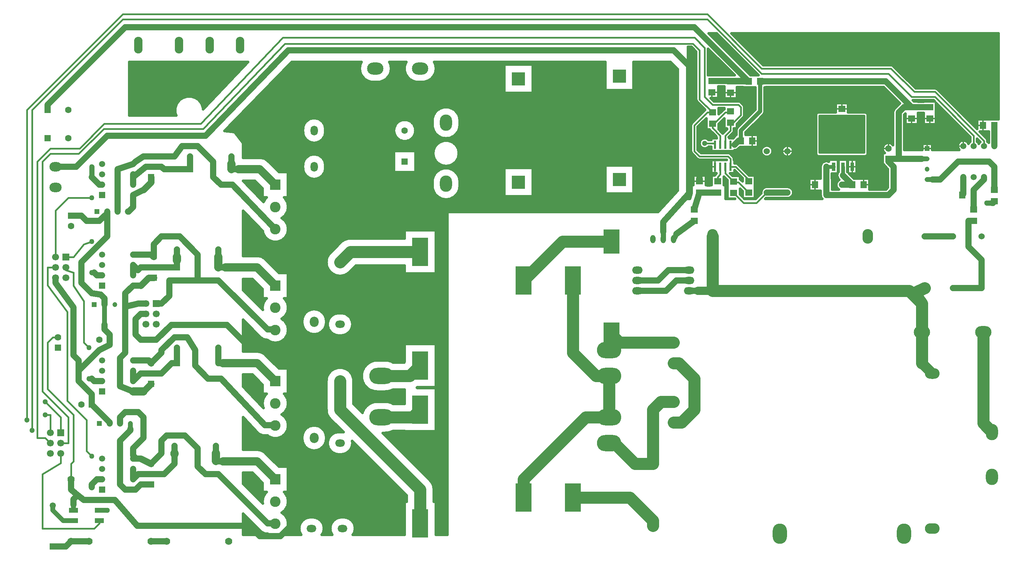
<source format=gbr>
G04 DipTrace 3.0.0.1*
G04 Bottom.gbr*
%MOMM*%
G04 #@! TF.FileFunction,Copper,L2,Bot*
G04 #@! TF.Part,Single*
G04 #@! TA.AperFunction,Conductor*
%ADD13C,3.0*%
%ADD16C,2.6*%
%ADD17C,1.5*%
G04 #@! TA.AperFunction,ComponentPad*
%ADD18C,1.6*%
G04 #@! TA.AperFunction,Conductor*
%ADD19C,1.2*%
%ADD20C,0.4*%
G04 #@! TA.AperFunction,ComponentPad*
%ADD21C,1.524*%
G04 #@! TA.AperFunction,Conductor*
%ADD22C,2.0*%
%ADD23C,0.95*%
%ADD24C,0.6*%
%ADD25C,1.0*%
G04 #@! TA.AperFunction,ViaPad*
%ADD26C,1.3*%
G04 #@! TA.AperFunction,ComponentPad*
%ADD27C,1.27*%
G04 #@! TA.AperFunction,CopperBalancing*
%ADD28C,0.635*%
%ADD29C,0.33*%
G04 #@! TA.AperFunction,ComponentPad*
%ADD30R,3.3X3.3*%
%ADD31C,3.3*%
%ADD32O,1.8X2.4*%
%ADD33R,1.8X1.6*%
%ADD34R,1.6X1.8*%
G04 #@! TA.AperFunction,ComponentPad*
%ADD35R,1.6X1.6*%
%ADD36O,3.6X2.6*%
%ADD37O,2.6X3.6*%
%ADD38O,2.4X1.8*%
%ADD39R,4.0X6.0*%
G04 #@! TA.AperFunction,ComponentPad*
%ADD40R,1.5X1.5*%
%ADD41C,1.5*%
%ADD42O,2.096X4.096*%
%ADD43C,1.9*%
%ADD44R,1.9X1.9*%
%ADD45O,4.0X3.0*%
%ADD46O,3.0X4.0*%
%ADD47R,1.7X1.7*%
%ADD48C,1.7*%
%ADD49O,3.0X2.3*%
%ADD50R,1.62X1.62*%
%ADD51C,1.62*%
%ADD52O,3.5X5.0*%
%ADD53R,2.6X2.6*%
%ADD54C,2.6*%
%ADD55O,2.2X2.5*%
%ADD56C,1.524*%
%ADD57R,4.0X7.0*%
G04 #@! TA.AperFunction,ComponentPad*
%ADD58C,1.27*%
%ADD59C,1.778*%
%ADD60C,1.778*%
%ADD61O,6.0X4.0*%
%ADD62R,0.6X2.0*%
G04 #@! TA.AperFunction,ComponentPad*
%ADD63R,1.2X1.2*%
%ADD64C,1.2*%
%ADD65O,2.6X1.8*%
%ADD66O,1.3X2.0*%
%ADD68R,0.95X2.15*%
%ADD69R,3.25X2.15*%
%ADD70R,2.2X1.2*%
%FSLAX35Y35*%
G04*
G71*
G90*
G75*
G01*
G04 Bottom*
%LPD*%
X2921000Y9652000D2*
D17*
X2984500Y9715500D1*
X3175000Y9842500D1*
X3365500D1*
X2540000Y8488000D2*
Y9525000D1*
X2921000Y9652000D1*
X9017000Y4445000D2*
D13*
X9715500D1*
X9969500Y4699000D1*
X3365500Y9842500D2*
D17*
X3937000D1*
X4127500Y10096500D1*
X4508500D1*
X4889500Y9715500D1*
Y9334500D1*
X5080000Y9144000D1*
X5359680D1*
X6413500Y8053000D1*
X2921000Y2413000D2*
X3000480D1*
X3111500D1*
D18*
X3365500Y2286000D1*
X9017000Y3429000D2*
D13*
X9779000D1*
X9969500Y3619500D1*
X2603500Y3281000D2*
D17*
Y3429000D1*
X2730500Y3556000D1*
X3048000D1*
X3175000Y3429000D1*
Y2921000D1*
X2921000Y2667000D1*
Y2492480D1*
X3000480Y2413000D1*
X3365500Y2286000D2*
X3619500Y2540000D1*
Y2857500D1*
X3746500Y2984500D1*
X4191000D1*
X4508500Y2667000D1*
Y2222500D1*
X4699000Y2032000D1*
X5016500D1*
X6223000Y825500D1*
X6402000D1*
X6413500Y814000D1*
X2921000Y7429500D2*
X3365500D1*
X3429000Y7366000D1*
Y7683500D1*
X3619500Y7874000D1*
X4064000D1*
X4508500Y7429500D1*
Y6794507D1*
X3810000D1*
X5016493D1*
X6223000Y5588000D1*
X6402000D1*
X6413500Y5576500D1*
X3492500Y6223000D2*
X3619500D1*
X3810000Y6413500D1*
Y6794507D1*
X2349500Y5334000D2*
Y5461000D1*
X2222500Y5588000D1*
Y5707000D1*
D19*
Y6202000D1*
X1905000Y3746500D2*
D17*
X2349500Y3302000D1*
Y3281000D1*
Y5334000D2*
Y5207000D1*
X2095027Y5079527D1*
X1587500Y4572000D1*
Y4318000D1*
X1905000Y4000500D1*
Y3746500D1*
X1016000Y6858000D2*
Y6731000D1*
X1460500Y6130157D1*
Y4953000D1*
X1587500Y4826000D1*
Y4572000D1*
X2222500Y6202000D2*
Y6350000D1*
X2127250Y6445250D1*
X1905000Y6477000D1*
X1651000Y6731000D1*
Y7239000D1*
X2286000Y7874000D1*
Y8488000D1*
X17132000Y11697000D2*
X17576500D1*
X17589500Y11684000D1*
X18034000D1*
X17132000Y11697000D2*
X18021000D1*
X16700500Y13017500D1*
X2730500D1*
X825500Y11112500D1*
Y10985500D1*
X2286000Y8488000D2*
D19*
Y8445500D1*
D17*
X2095500Y8255000D1*
X1778000D1*
X1651000Y8382000D1*
X1397000D1*
X3238500Y5969000D2*
X3111500D1*
X2984500Y5842000D1*
Y5461000D1*
X3111500Y5334000D1*
X3492500D1*
X3857667Y5699167D1*
X5222833D1*
X5715000Y5207000D1*
X7302500Y2222500D2*
Y1460500D1*
X6858000Y1016000D1*
Y825500D1*
X6540500Y508000D1*
X6032500D1*
X5778500Y762000D1*
X3024413D1*
X2476500Y1397000D1*
X1714500D1*
X1561970Y1519023D1*
X1397000Y1651000D1*
Y1905000D1*
D20*
Y2286000D1*
X1460500Y2349500D1*
Y3492500D1*
X825500Y4127500D1*
Y5270500D1*
X952500Y5397500D1*
X1079500D1*
X1460500Y1143000D2*
D19*
Y1278000D1*
D17*
Y1417553D1*
X1561970Y1519023D1*
X4953000Y2730500D2*
D21*
Y2554300D1*
D22*
Y2355500D1*
D17*
X4947000Y2349500D1*
X5122000D1*
D22*
X5969000D1*
X6413500Y1905000D1*
X5334000Y9842500D2*
D21*
Y9666300D1*
D22*
Y9531000D1*
D17*
X5328000Y9525000D1*
X5503000D1*
D22*
X6032500D1*
X6413500Y9144000D1*
X5016500Y7556500D2*
D21*
Y7380300D1*
D22*
Y7118000D1*
D17*
X5010500Y7112000D1*
X5185500D1*
D22*
X5969000D1*
X6413500Y6667500D1*
X5016500Y5143500D2*
D17*
X5010500Y4762500D1*
X5122000D1*
D22*
X5969000D1*
X6413500Y4318000D1*
X2921000Y9144000D2*
D17*
Y9334500D1*
Y9398000D1*
X4318000Y9525000D2*
Y9700000D1*
D21*
Y9842500D1*
Y9525000D2*
D17*
X3683000D1*
X3619500Y9588500D1*
X3238500D1*
X2921000Y9334500D1*
Y6921500D2*
Y7175500D1*
X4000500Y7556500D2*
D21*
Y7380300D1*
D22*
Y7287000D1*
D17*
Y7112000D1*
X3111500D1*
X3044743Y7045243D1*
Y7051757D1*
X2921000Y7175500D1*
X3937000Y2730500D2*
D21*
Y2554300D1*
D22*
Y2524500D1*
D17*
Y2349500D1*
Y2286000D1*
X3683000Y2032000D1*
X3048000D1*
X2921000Y1905000D1*
Y2159000D1*
X4000500Y5143500D2*
Y4762500D1*
X3873500D1*
X3619500Y4508500D1*
X3111500D1*
X2921000Y4318000D1*
Y4572000D1*
X22352000Y7874000D2*
X23050500D1*
X22034500Y11049000D2*
X22479000D1*
X21844000D1*
X21717000Y10922000D1*
Y9779000D1*
X21463000D1*
X22280500D1*
D19*
X22415500D1*
X19939000Y9144000D2*
D17*
Y9588500D1*
D23*
X20114000D1*
X17589500Y10128500D2*
D24*
X17685000D1*
D17*
X17780000Y10223500D1*
X17843500D1*
X18314000Y11684000D2*
X21399500D1*
X22034500Y11049000D1*
X21463000Y9779000D2*
Y9715500D1*
X21590000Y9588500D1*
Y9017000D1*
X21463000Y8890000D1*
X19939000D1*
Y9144000D1*
X18314000Y11684000D2*
D25*
Y10948000D1*
X17843500Y10477500D1*
Y10223500D1*
X23788500Y5524500D2*
D13*
Y3283000D1*
X24003000Y3068500D1*
X17589500Y9588500D2*
D20*
X17716500D1*
X18071500Y9233500D1*
X18034000D1*
X17589500Y9588500D2*
Y9779000D1*
X17526000Y9842500D1*
X16827500D1*
X16700500Y9969500D1*
Y10604500D1*
X17018000Y10922000D1*
X17145000D1*
X16827500Y11239500D1*
Y12446000D1*
X16660833Y12612667D1*
X6647603D1*
X4643833Y10517167D1*
X2198667D1*
X1587500Y9906000D1*
X889000D1*
X698500Y9715500D1*
Y4064000D1*
X1333500Y3429000D1*
Y2794000D1*
X1143000D1*
X17462500Y9588500D2*
Y9424000D1*
X17666000Y9220500D1*
X18034000Y8953500D2*
X17780000Y9207500D1*
X17679000D1*
X17666000Y9220500D1*
Y8940500D2*
X17907000Y8699500D1*
X18224500D1*
X18478500Y8953500D1*
D17*
X18986500D1*
X17335500Y10128500D2*
D20*
Y10350500D1*
X17145000Y10541000D1*
Y10642000D1*
X17182500D1*
X17462500Y10922000D1*
X17563500D1*
X17589500Y10948000D1*
X9969500Y7493000D2*
D13*
X8255000D1*
X8001000Y7239000D1*
Y4318000D2*
Y3619500D1*
X9969500Y1651000D1*
Y825500D1*
X2921000Y1651000D2*
D17*
X2984500D1*
X3111500Y1778000D1*
X3365500D1*
X2921000Y1651000D2*
X2730500D1*
X2603500Y1778000D1*
Y2857500D1*
X2857500Y3111500D1*
Y3146000D1*
D19*
Y3281000D1*
X2921000Y8890000D2*
D17*
X3175000Y9017000D1*
D18*
X3365500Y9207500D1*
Y9334500D1*
X2794000Y8488000D2*
D17*
X2815000D1*
X2921000Y8594000D1*
Y8890000D1*
Y6667500D2*
X3111500D1*
D18*
X3302000Y6858000D1*
X3429000D1*
X2921000Y4064000D2*
D22*
X3175000D1*
D18*
X3365500Y4254500D1*
X2730500Y6202000D2*
D17*
Y5016500D1*
X2603500Y4889500D1*
Y4191000D1*
X2921000Y4064000D1*
X3238500Y6223000D2*
X3048000D1*
X2773000Y6159500D1*
X2730500Y6202000D1*
X2921000Y6667500D2*
X2730500Y6477000D1*
Y6202000D1*
X15938500Y7810500D2*
D26*
Y7985500D1*
D17*
Y8232350D1*
X16573500Y8930850D1*
Y9461500D1*
Y10922000D1*
Y12065000D1*
X16192500Y12446000D1*
X6731000D1*
X4699000Y10350500D1*
X2286000D1*
X1524000Y9588500D1*
X1016000D1*
X16827500Y9233500D2*
Y9461500D1*
X16573500D1*
X2090500Y1143000D2*
D19*
X2286000D1*
X16764000Y10922000D2*
D17*
X16573500D1*
X14605000Y5080000D2*
D13*
X14668500D1*
Y5461000D1*
X14859000Y5270500D1*
X16192500D1*
X14605000Y4445000D2*
Y3429000D1*
X13716000Y6794500D2*
Y5016500D1*
X14287500Y4445000D1*
X14605000D1*
X12509500Y1460500D2*
Y1905000D1*
X14033500Y3429000D1*
X14605000D1*
Y2794000D2*
X14732000D1*
X15240000Y2286000D1*
X15684500D1*
Y3619500D1*
X15875000Y3810000D1*
X16192500D1*
Y4762500D2*
X16319500D1*
X16700500Y4381500D1*
Y3619500D1*
X16383000Y3302000D1*
X16192500D1*
X15303500Y6794500D2*
D17*
X15811500D1*
X16065500Y7048500D1*
X16573500D1*
X15303500Y6540500D2*
X16002000D1*
X16256000Y6794500D1*
X16573500D1*
Y6540500D2*
X16783357D1*
D22*
X17145000D1*
D13*
X21971000D1*
X22288500Y6223000D1*
Y5524500D1*
Y4762500D1*
D16*
X22542500Y4508500D1*
X17145000Y7874000D2*
D13*
Y6540500D1*
X22352000Y6604000D2*
X22098000Y6485077D1*
X22288500Y6223000D1*
X23304500Y9334500D2*
D17*
Y8916000D1*
X23278500Y8890000D1*
X23876000Y8699500D2*
D26*
X24016000D1*
D17*
X24029000D1*
X24066500Y8737000D1*
X14668500Y7747000D2*
D13*
X13462000D1*
X12509500Y6794500D1*
X13716000Y1460500D2*
X15113000D1*
X15684500Y889000D1*
Y762000D1*
X1905000Y7747000D2*
D20*
X1714500Y7683500D1*
X1460500Y7366000D1*
X1270000D1*
X1905000Y8826500D2*
X1333500D1*
X1016000Y8509000D1*
Y7366000D1*
X1905000Y2476500D2*
X1778000Y2603500D1*
Y3365500D1*
X1305167Y3838333D1*
Y6024667D1*
X825500Y6670390D1*
Y7112000D1*
X1016000D1*
X1143000Y2540000D2*
Y2308750D1*
X698500Y2032000D1*
Y698500D1*
X1968500D1*
X2090500Y820500D1*
Y889000D1*
X444500Y3111500D2*
Y10985500D1*
X2667000Y13208000D1*
X17018000D1*
X18351500Y11874500D1*
X21463000D1*
X22034500Y11303000D1*
X22606000D1*
X23558500Y10350500D1*
Y10096500D1*
X762000Y3492500D2*
X889000D1*
Y3048000D1*
X17462500Y10128500D2*
Y10350500D1*
X17589500Y10477500D1*
Y10668000D1*
X17653000D1*
X17843500Y10858500D1*
Y11049000D1*
X17780000Y11112500D1*
X17145000D1*
X16954500Y11303000D1*
Y12509500D1*
X16705167Y12758833D1*
X6593167D1*
X4583743Y10642167D1*
X2215060D1*
X1605893Y10033000D1*
X889000D1*
X571500Y9715500D1*
Y2921000D1*
X762000D1*
X889000Y2794000D1*
X1841500Y5143500D2*
X1714500Y5270500D1*
Y6286500D1*
X1460500Y6664487D1*
Y6985000D1*
X1270000Y7048500D1*
Y7112000D1*
X23050500Y6604000D2*
D17*
X23749000D1*
Y7302500D1*
X23431500Y7620000D1*
Y8255000D1*
X23558500D1*
X24066500Y9334500D2*
Y9017000D1*
X22415500Y9271000D2*
D19*
X22550500D1*
D17*
X22733000D1*
X23177500Y9715500D1*
X23939500D1*
X24066500Y9588500D1*
Y9334500D1*
X23812500D2*
Y9271000D1*
X23558500Y9017000D1*
Y8535000D1*
Y8890000D1*
X1397000Y381000D2*
X1841500D1*
X952500Y254000D2*
X1270000D1*
X1397000Y381000D1*
X2921000Y4826000D2*
X3302000D1*
D18*
X3365500Y4762500D1*
D17*
X3619500Y5016500D1*
Y5080000D1*
X3937000Y5397500D1*
X4254500D1*
X4445000Y5080000D1*
Y4699000D1*
X4762500Y4381500D1*
X5080000D1*
X6159500Y3238500D1*
X6402000D1*
X6413500Y3227000D1*
X17335500Y9588500D2*
D20*
Y9398000D1*
X17272000Y9334500D1*
Y9233500D1*
X24066500Y10096500D2*
D17*
Y10604500D1*
X20574000Y9144000D2*
X20344000Y9374000D1*
D23*
Y9588500D1*
X16954500Y10160000D2*
D20*
X17177000D1*
X17208500Y10128500D1*
X20320000Y9144000D2*
D17*
X20574000D1*
X16192500Y7810500D2*
D26*
X16256000Y7937500D1*
D17*
X16700500Y8255000D1*
Y8535000D2*
X16764000Y8763000D1*
X16827500Y8953500D1*
X17272000D1*
X317500Y3365500D2*
D20*
Y10985500D1*
X2667000Y13335000D1*
X17018000D1*
X18351500Y12001500D1*
X21526500D1*
X22098000Y11430000D1*
X22606000D1*
X23812500Y10223500D1*
Y10096500D1*
X762000Y3810000D2*
X1143000Y3429000D1*
Y3048000D1*
X1905000Y1714500D2*
D17*
Y1778000D1*
X2032000Y1905000D1*
X2159000D1*
X1841500Y4381500D2*
D27*
X1905000D1*
D17*
X1968500Y4318000D1*
X2159000D1*
X1905000Y9588500D2*
D27*
Y9334500D1*
D17*
X2095500Y9144000D1*
X2159000D1*
X1905000Y6985000D2*
D27*
X1968500D1*
D17*
X2032000Y6921500D1*
X2159000D1*
X3365500Y381000D2*
X3746500D1*
X952500Y1264000D2*
D19*
Y1143000D1*
X1206500Y889000D1*
X1460500D1*
D26*
X23876000Y8699500D3*
X16954500Y10160000D3*
X20320000Y9144000D3*
X18986500Y9334500D3*
X762000Y3810000D3*
X317500Y3365500D3*
X762000Y3492500D3*
X444500Y3111500D3*
X2286000Y1143000D3*
D17*
X23812500Y10922000D3*
X19304000Y10223500D3*
Y10731500D3*
X22987000Y10096500D3*
X17970500Y11303000D3*
X16764000Y10922000D3*
D26*
X20320000Y10477500D3*
X2832162Y12097083D2*
D28*
X5676962D1*
X6760232D2*
X8492790D1*
X9246158D2*
X9592878D1*
X10346122D2*
X14503338D1*
X15214662D2*
X16168353D1*
X2832162Y12033917D2*
X5616935D1*
X6698965D2*
X8480388D1*
X9258560D2*
X9580476D1*
X10358524D2*
X12026838D1*
X12738162D2*
X14503338D1*
X15214662D2*
X16231481D1*
X2832162Y11970750D2*
X5557031D1*
X6637697D2*
X8480264D1*
X9258684D2*
X9580228D1*
X10358772D2*
X12026838D1*
X12738162D2*
X14503338D1*
X15214662D2*
X16281338D1*
X2832162Y11907583D2*
X5497004D1*
X6576430D2*
X8492294D1*
X9246654D2*
X9592382D1*
X10346618D2*
X12026838D1*
X12738162D2*
X14503338D1*
X15214662D2*
X16281338D1*
X2832162Y11844417D2*
X5437101D1*
X6515162D2*
X8518091D1*
X9220981D2*
X9618055D1*
X10320945D2*
X12026838D1*
X12738162D2*
X14503338D1*
X15214662D2*
X16281338D1*
X2832162Y11781250D2*
X5377073D1*
X6453894D2*
X8561623D1*
X9177325D2*
X9661711D1*
X10277289D2*
X12026838D1*
X12738162D2*
X14503338D1*
X15214662D2*
X16281338D1*
X2832162Y11718083D2*
X5317170D1*
X6392627D2*
X8635913D1*
X9103159D2*
X9735877D1*
X10203123D2*
X12026838D1*
X12738162D2*
X14503338D1*
X15214662D2*
X16281338D1*
X2832162Y11654917D2*
X5257143D1*
X6331359D2*
X12026838D1*
X12738162D2*
X14503338D1*
X15214662D2*
X16281338D1*
X2832162Y11591750D2*
X5197239D1*
X6270216D2*
X12026838D1*
X12738162D2*
X14503338D1*
X15214662D2*
X16281338D1*
X2832162Y11528583D2*
X5137212D1*
X6208948D2*
X12026838D1*
X12738162D2*
X14503338D1*
X15214662D2*
X16281338D1*
X2832162Y11465417D2*
X5077185D1*
X6147681D2*
X12026838D1*
X12738162D2*
X14503338D1*
X15214662D2*
X16281338D1*
X2832162Y11402250D2*
X5017281D1*
X6086413D2*
X12026838D1*
X12738162D2*
X16281338D1*
X2832162Y11339083D2*
X4957254D1*
X6025145D2*
X16281338D1*
X2832162Y11275917D2*
X4127661D1*
X4467659D2*
X4897351D1*
X5963878D2*
X16281338D1*
X2832162Y11212750D2*
X4044317D1*
X4551127D2*
X4837323D1*
X5902610D2*
X16281338D1*
X2832162Y11149583D2*
X3995824D1*
X4599620D2*
X4777420D1*
X5841343D2*
X16281338D1*
X2832162Y11086417D2*
X3966307D1*
X4629138D2*
X4717393D1*
X5780199D2*
X16281338D1*
X2832162Y11023250D2*
X3950804D1*
X5718932D2*
X10461910D1*
X10747090D2*
X16281338D1*
X2832162Y10960083D2*
X3947331D1*
X5657664D2*
X10367652D1*
X10841348D2*
X16281338D1*
X2832162Y10896917D2*
X3955517D1*
X5596396D2*
X10315811D1*
X10893189D2*
X16281338D1*
X5535129Y10833750D2*
X10284557D1*
X10924443D2*
X16281338D1*
X5473861Y10770583D2*
X7282073D1*
X7449927D2*
X10268062D1*
X10940938D2*
X16281338D1*
X5412594Y10707417D2*
X7171817D1*
X7560183D2*
X9451863D1*
X9725137D2*
X10263845D1*
X10945155D2*
X16281338D1*
X5351326Y10644250D2*
X7121835D1*
X7610165D2*
X9377077D1*
X9799923D2*
X10263845D1*
X10945155D2*
X16281338D1*
X5290183Y10581083D2*
X7095418D1*
X7636582D2*
X9339002D1*
X9837998D2*
X10265953D1*
X10943047D2*
X16281338D1*
X5228915Y10517917D2*
X7085496D1*
X7646504D2*
X9321019D1*
X9855981D2*
X10279224D1*
X10929776D2*
X16281338D1*
X5281997Y10454750D2*
X7085372D1*
X7646628D2*
X9318786D1*
X9858214D2*
X10306385D1*
X10902615D2*
X16281338D1*
X5460343Y10391583D2*
X7091077D1*
X7640923D2*
X9332181D1*
X9844819D2*
X10352274D1*
X10856726D2*
X16281338D1*
X5507720Y10328417D2*
X7112533D1*
X7619467D2*
X9363931D1*
X9813069D2*
X10431152D1*
X10777848D2*
X16281338D1*
X5555097Y10265250D2*
X7154701D1*
X7577299D2*
X9424702D1*
X9752298D2*
X16281338D1*
X5602474Y10202083D2*
X7237177D1*
X7494823D2*
X10463647D1*
X10745353D2*
X16281338D1*
X5626162Y10138917D2*
X10374598D1*
X10834402D2*
X16281338D1*
X5626162Y10075750D2*
X10326353D1*
X10882647D2*
X16281338D1*
X5626162Y10012583D2*
X10298447D1*
X10910553D2*
X16281338D1*
X5626162Y9949417D2*
X9317918D1*
X9859082D2*
X10285425D1*
X10923575D2*
X16281338D1*
X5626162Y9886250D2*
X7300057D1*
X7431943D2*
X9317918D1*
X9859082D2*
X10285425D1*
X10923575D2*
X16281338D1*
X5626162Y9823083D2*
X7176901D1*
X7555099D2*
X9317918D1*
X9859082D2*
X10298571D1*
X10910429D2*
X16281338D1*
X6198902Y9759917D2*
X7124688D1*
X7607312D2*
X9317918D1*
X9859082D2*
X10326477D1*
X10882523D2*
X16281338D1*
X6269100Y9696750D2*
X7096782D1*
X7635218D2*
X9317918D1*
X9859082D2*
X10374970D1*
X10834030D2*
X16281338D1*
X6332351Y9633583D2*
X7085744D1*
X7646256D2*
X9317918D1*
X9859082D2*
X10464391D1*
X10744609D2*
X16281338D1*
X6395479Y9570417D2*
X7085372D1*
X7646628D2*
X9317918D1*
X9859082D2*
X14503338D1*
X15214662D2*
X16281338D1*
X6458607Y9507250D2*
X7090209D1*
X7641791D2*
X9317918D1*
X9859082D2*
X10430532D1*
X10778468D2*
X12026838D1*
X12738162D2*
X14503338D1*
X15214662D2*
X16281338D1*
X6734187Y9444083D2*
X7110425D1*
X7621575D2*
X10351901D1*
X10857099D2*
X12026838D1*
X12738162D2*
X14503338D1*
X15214662D2*
X16281338D1*
X6734187Y9380917D2*
X7150608D1*
X7581392D2*
X10306261D1*
X10902739D2*
X12026838D1*
X12738162D2*
X14503338D1*
X15214662D2*
X16281338D1*
X6734187Y9317750D2*
X7228247D1*
X7503753D2*
X10279100D1*
X10929900D2*
X12026838D1*
X12738162D2*
X14503338D1*
X15214662D2*
X16281338D1*
X6734187Y9254583D2*
X10265829D1*
X10943171D2*
X12026838D1*
X12738162D2*
X14503338D1*
X15214662D2*
X16281338D1*
X5680732Y9191417D2*
X5957627D1*
X6734187D2*
X10263845D1*
X10945155D2*
X12026838D1*
X12738162D2*
X14503338D1*
X15214662D2*
X16281338D1*
X5741752Y9128250D2*
X6020879D1*
X6734187D2*
X10263845D1*
X10945155D2*
X12026838D1*
X12738162D2*
X14503338D1*
X15214662D2*
X16281338D1*
X5802771Y9065083D2*
X6084007D1*
X6734187D2*
X10268062D1*
X10940938D2*
X12026838D1*
X12738162D2*
X14503338D1*
X15214662D2*
X16281338D1*
X5863791Y9001917D2*
X6092813D1*
X6734187D2*
X10284681D1*
X10924319D2*
X12026838D1*
X12738162D2*
X14503338D1*
X15214662D2*
X16281338D1*
X5924810Y8938750D2*
X6092813D1*
X6734187D2*
X10315935D1*
X10893065D2*
X12026838D1*
X12738162D2*
X14503338D1*
X15214662D2*
X16223915D1*
X5985830Y8875583D2*
X6092813D1*
X6734187D2*
X10368025D1*
X10840975D2*
X12026838D1*
X12738162D2*
X16166492D1*
X6046850Y8812417D2*
X6176404D1*
X6650596D2*
X10462654D1*
X10746346D2*
X16109069D1*
X6107869Y8749250D2*
X6131067D1*
X6695864D2*
X16051647D1*
X6721785Y8686083D2*
X15994224D1*
X6733195Y8622917D2*
X15936801D1*
X6731707Y8559750D2*
X15879378D1*
X6716948Y8496583D2*
X15821955D1*
X5626162Y8433417D2*
X5679194D1*
X6686934D2*
X10629838D1*
X5626162Y8370250D2*
X5740214D1*
X6635341D2*
X10629838D1*
X5626162Y8307083D2*
X5801233D1*
X6604831D2*
X10629838D1*
X5626162Y8243917D2*
X5862253D1*
X6669447D2*
X10629838D1*
X5626162Y8180750D2*
X5923273D1*
X6707026D2*
X10629838D1*
X5626162Y8117583D2*
X5984292D1*
X6727490D2*
X10629838D1*
X5626162Y8054417D2*
X6045312D1*
X6734187D2*
X10629838D1*
X5626162Y7991250D2*
X6099014D1*
X6727986D2*
X9578863D1*
X10360137D2*
X10629838D1*
X5626162Y7928083D2*
X6118733D1*
X6708267D2*
X9578863D1*
X10360137D2*
X10629838D1*
X5626162Y7864917D2*
X6155320D1*
X6671680D2*
X9578863D1*
X10360137D2*
X10629838D1*
X5626162Y7801750D2*
X6218324D1*
X6608676D2*
X8120472D1*
X10360137D2*
X10629838D1*
X5626162Y7738583D2*
X8021873D1*
X10360137D2*
X10629838D1*
X5626162Y7675417D2*
X7958249D1*
X10360137D2*
X10629838D1*
X5626162Y7612250D2*
X7895121D1*
X10360137D2*
X10629838D1*
X5626162Y7549083D2*
X7831993D1*
X10360137D2*
X10629838D1*
X5626162Y7485917D2*
X7768865D1*
X10360137D2*
X10629838D1*
X5626162Y7422750D2*
X7715411D1*
X10360137D2*
X10629838D1*
X6115062Y7359583D2*
X7682917D1*
X10360137D2*
X10629838D1*
X6192949Y7296417D2*
X7665306D1*
X10360137D2*
X10629838D1*
X6256201Y7233250D2*
X7660469D1*
X10360137D2*
X10629838D1*
X6319329Y7170083D2*
X7667538D1*
X10360137D2*
X10629838D1*
X6382457Y7106917D2*
X7687506D1*
X8347980D2*
X9578863D1*
X10360137D2*
X10629838D1*
X6445585Y7043750D2*
X7723349D1*
X8284852D2*
X9578863D1*
X10360137D2*
X10629838D1*
X6734187Y6980583D2*
X7782632D1*
X8219368D2*
X9578863D1*
X10360137D2*
X10629838D1*
X6734187Y6917417D2*
X7903307D1*
X8098693D2*
X10629838D1*
X6734187Y6854250D2*
X10629838D1*
X5626162Y6791083D2*
X5881477D1*
X6734187D2*
X10629838D1*
X5626162Y6727917D2*
X5944729D1*
X6734187D2*
X10629838D1*
X5626162Y6664750D2*
X6007857D1*
X6734187D2*
X10629838D1*
X5626162Y6601583D2*
X6070984D1*
X6734187D2*
X10629838D1*
X5645634Y6538417D2*
X6092813D1*
X6734187D2*
X10629838D1*
X5708762Y6475250D2*
X6092813D1*
X6734187D2*
X10629838D1*
X5772014Y6412083D2*
X6092813D1*
X6734187D2*
X10629838D1*
X5835142Y6348917D2*
X6189179D1*
X6637821D2*
X10629838D1*
X5898269Y6285750D2*
X6138577D1*
X6688423D2*
X10629838D1*
X5961397Y6222583D2*
X6109184D1*
X6717816D2*
X10629838D1*
X6024649Y6159417D2*
X6095045D1*
X6731955D2*
X10629838D1*
X6733071Y6096250D2*
X10629838D1*
X6721165Y6033083D2*
X7188808D1*
X7543192D2*
X10629838D1*
X6694624Y5969917D2*
X7124067D1*
X7607933D2*
X7863371D1*
X8138629D2*
X10629838D1*
X6648363Y5906750D2*
X7087977D1*
X7644023D2*
X7768493D1*
X8233507D2*
X10629838D1*
X6585483Y5843583D2*
X7069621D1*
X7662379D2*
X7722357D1*
X8279643D2*
X10629838D1*
X5626162Y5780417D2*
X5657447D1*
X6659029D2*
X7065404D1*
X7666596D2*
X7698264D1*
X8303704D2*
X10629838D1*
X5626162Y5717250D2*
X5720742D1*
X6700825D2*
X7069001D1*
X7662999D2*
X7690473D1*
X8311642D2*
X10629838D1*
X5626162Y5654083D2*
X5783870D1*
X6724390D2*
X7086488D1*
X7645512D2*
X7697180D1*
X8304820D2*
X10629838D1*
X5626162Y5590917D2*
X5846998D1*
X6733815D2*
X7121339D1*
X7610661D2*
X7720000D1*
X8282000D2*
X10629838D1*
X5626162Y5527750D2*
X5910250D1*
X6730343D2*
X7183475D1*
X7548525D2*
X7764276D1*
X8237724D2*
X10629838D1*
X5626162Y5464583D2*
X5973378D1*
X6713600D2*
X7852705D1*
X8149295D2*
X10629838D1*
X5626162Y5401417D2*
X6036630D1*
X6680857D2*
X10629838D1*
X5626162Y5338250D2*
X6147011D1*
X6624799D2*
X10629838D1*
X5626162Y5275083D2*
X6318163D1*
X6508837D2*
X10629838D1*
X5626162Y5211917D2*
X9578863D1*
X10360137D2*
X10629838D1*
X5626162Y5148750D2*
X9578863D1*
X10360137D2*
X10629838D1*
X5626162Y5085583D2*
X9578863D1*
X10360137D2*
X10629838D1*
X6090506Y5022417D2*
X9578863D1*
X10360137D2*
X10629838D1*
X6180671Y4959250D2*
X9578863D1*
X10360137D2*
X10629838D1*
X6243799Y4896083D2*
X9578863D1*
X10360137D2*
X10629838D1*
X6306927Y4832917D2*
X9578863D1*
X10360137D2*
X10629838D1*
X6370179Y4769750D2*
X8705242D1*
X10360137D2*
X10629838D1*
X6433307Y4706583D2*
X8629092D1*
X10360137D2*
X10629838D1*
X6496434Y4643417D2*
X7918190D1*
X8083810D2*
X8581591D1*
X10360137D2*
X10629838D1*
X6734187Y4580250D2*
X7787345D1*
X8214655D2*
X8550957D1*
X10360137D2*
X10629838D1*
X6734187Y4517083D2*
X7726077D1*
X8275923D2*
X8533222D1*
X10360137D2*
X10629838D1*
X5626162Y4453917D2*
X5869198D1*
X6734187D2*
X7689242D1*
X8312758D2*
X8526525D1*
X10360137D2*
X10629838D1*
X5626162Y4390750D2*
X5932326D1*
X6734187D2*
X7668406D1*
X8333594D2*
X8530245D1*
X10360137D2*
X10629838D1*
X5626162Y4327583D2*
X5995578D1*
X6734187D2*
X7660469D1*
X8341531D2*
X8544756D1*
X10360137D2*
X10629838D1*
X5626162Y4264417D2*
X6058706D1*
X6734187D2*
X7660345D1*
X8341655D2*
X8571421D1*
X10360137D2*
X10629838D1*
X5626162Y4201250D2*
X6092813D1*
X6734187D2*
X7660345D1*
X8341655D2*
X8613589D1*
X10360137D2*
X10629838D1*
X5672919Y4138083D2*
X6092813D1*
X6734187D2*
X7660345D1*
X8341655D2*
X8679445D1*
X10360137D2*
X10629838D1*
X5732574Y4074917D2*
X6092813D1*
X6734187D2*
X7660345D1*
X8341655D2*
X8807066D1*
X9226934D2*
X9578863D1*
X10360137D2*
X10629838D1*
X5792229Y4011750D2*
X6092813D1*
X6734187D2*
X7660345D1*
X8341655D2*
X9578863D1*
X10360137D2*
X10629838D1*
X5851885Y3948583D2*
X6146515D1*
X6680485D2*
X7660345D1*
X8341655D2*
X9578863D1*
X10360137D2*
X10629838D1*
X5911540Y3885417D2*
X6113649D1*
X6713351D2*
X7660345D1*
X8341655D2*
X9578863D1*
X10360137D2*
X10629838D1*
X5971195Y3822250D2*
X6096781D1*
X6730219D2*
X7660345D1*
X8341655D2*
X9578863D1*
X10360137D2*
X10629838D1*
X6030850Y3759083D2*
X6093185D1*
X6733815D2*
X7660345D1*
X8341655D2*
X8713924D1*
X10360137D2*
X10629838D1*
X6724514Y3695917D2*
X7660345D1*
X8403667D2*
X8634177D1*
X10360137D2*
X10629838D1*
X6701073Y3632750D2*
X7660345D1*
X8466919D2*
X8584816D1*
X10360137D2*
X10629838D1*
X6659401Y3569583D2*
X7664066D1*
X8530047D2*
X8553091D1*
X10360137D2*
X10629838D1*
X6586351Y3506417D2*
X7680065D1*
X10360137D2*
X10629838D1*
X6647867Y3443250D2*
X7710574D1*
X10360137D2*
X10629838D1*
X5626162Y3380083D2*
X5662899D1*
X6694376D2*
X7761300D1*
X10360137D2*
X10629838D1*
X5626162Y3316917D2*
X5722479D1*
X6721041D2*
X7824428D1*
X10360137D2*
X10629838D1*
X5626162Y3253750D2*
X5782134D1*
X6732947D2*
X7887680D1*
X10360137D2*
X10629838D1*
X5626162Y3190583D2*
X5841789D1*
X6732079D2*
X7212000D1*
X7520000D2*
X7950808D1*
X10360137D2*
X10629838D1*
X5626162Y3127417D2*
X5901444D1*
X6717940D2*
X7136098D1*
X7595902D2*
X8013936D1*
X10360137D2*
X10629838D1*
X5626162Y3064250D2*
X5961100D1*
X6688671D2*
X7094798D1*
X7637202D2*
X7917693D1*
X9244298D2*
X10629838D1*
X5626162Y3001083D2*
X6048908D1*
X6638317D2*
X7072598D1*
X7659402D2*
X7784740D1*
X9098570D2*
X10629838D1*
X5626162Y2937917D2*
X6283809D1*
X6543191D2*
X7065404D1*
X7666596D2*
X7731162D1*
X9161698D2*
X10629838D1*
X5626162Y2874750D2*
X7067017D1*
X7664983D2*
X7702597D1*
X9224826D2*
X10629838D1*
X5626162Y2811583D2*
X7080907D1*
X7651093D2*
X7690979D1*
X9288078D2*
X10629838D1*
X5626162Y2748417D2*
X7111045D1*
X7620955D2*
X7694203D1*
X8307797D2*
X8392951D1*
X9351206D2*
X10629838D1*
X5626162Y2685250D2*
X7164995D1*
X7567005D2*
X7712807D1*
X8289193D2*
X8456203D1*
X9414334D2*
X10629838D1*
X6056151Y2622083D2*
X7282197D1*
X7449803D2*
X7750882D1*
X8251118D2*
X8519331D1*
X9477586D2*
X10629838D1*
X6167648Y2558917D2*
X7823312D1*
X8178688D2*
X8582459D1*
X9540714D2*
X10629838D1*
X6231148Y2495750D2*
X8645587D1*
X9603842D2*
X10629838D1*
X6294276Y2432583D2*
X8708839D1*
X9666970D2*
X10629838D1*
X6357528Y2369417D2*
X8771967D1*
X9730222D2*
X10629838D1*
X6420656Y2306250D2*
X8835095D1*
X9793350D2*
X10629838D1*
X6483784Y2243083D2*
X8898347D1*
X9856477D2*
X10629838D1*
X6734187Y2179917D2*
X8961475D1*
X9919729D2*
X10629838D1*
X6734187Y2116750D2*
X9024603D1*
X9982857D2*
X10629838D1*
X5626162Y2053583D2*
X5856548D1*
X6734187D2*
X9087855D1*
X10045985D2*
X10629838D1*
X5626162Y1990417D2*
X5919676D1*
X6734187D2*
X9150983D1*
X10109237D2*
X10629838D1*
X5626162Y1927250D2*
X5982804D1*
X6734187D2*
X9214110D1*
X10172365D2*
X10629838D1*
X5626162Y1864083D2*
X6046056D1*
X6734187D2*
X9277362D1*
X10233385D2*
X10629838D1*
X5626162Y1800917D2*
X6092813D1*
X6734187D2*
X9340490D1*
X10274684D2*
X10629838D1*
X5683833Y1737750D2*
X6092813D1*
X6734187D2*
X9403618D1*
X10298745D2*
X10629838D1*
X5746961Y1674583D2*
X6092813D1*
X6734187D2*
X9466870D1*
X10309287D2*
X10629838D1*
X5810089Y1611417D2*
X6092813D1*
X6734187D2*
X9529998D1*
X10310155D2*
X10629838D1*
X5873341Y1548250D2*
X6155444D1*
X6671556D2*
X9593126D1*
X10310155D2*
X10629838D1*
X5936469Y1485083D2*
X6118858D1*
X6708142D2*
X9628845D1*
X10310155D2*
X10629838D1*
X5999597Y1421917D2*
X6099014D1*
X6727986D2*
X9628845D1*
X10310155D2*
X10629838D1*
X6062849Y1358750D2*
X6092813D1*
X6734187D2*
X9578863D1*
X10360137D2*
X10629838D1*
X6727490Y1295583D2*
X9578863D1*
X10360137D2*
X10629838D1*
X6707026Y1232417D2*
X9578863D1*
X10360137D2*
X10629838D1*
X6669695Y1169250D2*
X9578863D1*
X10360137D2*
X10629838D1*
X6605079Y1106083D2*
X9578863D1*
X10360137D2*
X10629838D1*
X6635217Y1042917D2*
X9578863D1*
X10360137D2*
X10629838D1*
X5626162Y979750D2*
X5695690D1*
X6686934D2*
X9578863D1*
X10360137D2*
X10629838D1*
X5626162Y916583D2*
X5758817D1*
X6716948D2*
X7099759D1*
X7505241D2*
X7861759D1*
X8267241D2*
X9578863D1*
X10360137D2*
X10629838D1*
X5626162Y853417D2*
X5822069D1*
X6731707D2*
X7039856D1*
X7565144D2*
X7801856D1*
X8327144D2*
X9578863D1*
X10360137D2*
X10629838D1*
X5626162Y790250D2*
X5885197D1*
X6733195D2*
X7007609D1*
X7597391D2*
X7769609D1*
X8359391D2*
X9578863D1*
X10360137D2*
X10629838D1*
X5626162Y727083D2*
X5948325D1*
X6721909D2*
X6993347D1*
X7611653D2*
X7755347D1*
X8373653D2*
X9578863D1*
X10360137D2*
X10629838D1*
X5626162Y663917D2*
X6011577D1*
X6695988D2*
X6994091D1*
X7610909D2*
X7756091D1*
X8372909D2*
X9578863D1*
X10360137D2*
X10629838D1*
X5626162Y600750D2*
X6087356D1*
X6650720D2*
X7009842D1*
X7595158D2*
X7771842D1*
X8357158D2*
X9578863D1*
X10360137D2*
X10629838D1*
X12064960Y9556790D2*
X12731790D1*
Y8858210D1*
X12033210D1*
Y9556790D1*
X12064960D1*
X14541460Y9620290D2*
X15208290D1*
Y8921710D1*
X14509710D1*
Y9620290D1*
X14541460D1*
X7091713Y10507416D2*
X7092556Y10529021D1*
X7095087Y10550408D1*
X7099289Y10571532D1*
X7105135Y10592260D1*
X7112589Y10612466D1*
X7121606Y10632025D1*
X7132129Y10650816D1*
X7144095Y10668724D1*
X7157428Y10685637D1*
X7172048Y10701452D1*
X7187863Y10716072D1*
X7204776Y10729405D1*
X7222684Y10741371D1*
X7241475Y10751894D1*
X7261034Y10760911D1*
X7281240Y10768365D1*
X7301968Y10774211D1*
X7323092Y10778413D1*
X7344479Y10780944D1*
X7366000Y10781790D1*
X7387521Y10780944D1*
X7408908Y10778413D1*
X7430032Y10774211D1*
X7450760Y10768365D1*
X7470966Y10760911D1*
X7490525Y10751894D1*
X7509316Y10741371D1*
X7527224Y10729405D1*
X7544137Y10716072D1*
X7559952Y10701452D1*
X7574572Y10685637D1*
X7587905Y10668724D1*
X7599871Y10650816D1*
X7610394Y10632025D1*
X7619411Y10612466D1*
X7626865Y10592260D1*
X7632711Y10571532D1*
X7636913Y10550408D1*
X7639444Y10529021D1*
X7640290Y10475750D1*
X7639444Y10425979D1*
X7636913Y10404592D1*
X7632711Y10383468D1*
X7626865Y10362740D1*
X7619411Y10342534D1*
X7610394Y10322975D1*
X7599871Y10304184D1*
X7587905Y10286276D1*
X7574572Y10269363D1*
X7559952Y10253548D1*
X7544137Y10238928D1*
X7527224Y10225595D1*
X7509316Y10213629D1*
X7490525Y10203106D1*
X7470966Y10194089D1*
X7450760Y10186635D1*
X7430032Y10180789D1*
X7408908Y10176587D1*
X7387521Y10174056D1*
X7366000Y10173210D1*
X7344479Y10174056D1*
X7323092Y10176587D1*
X7301968Y10180789D1*
X7281240Y10186635D1*
X7261034Y10194089D1*
X7241475Y10203106D1*
X7222684Y10213629D1*
X7204776Y10225595D1*
X7187863Y10238928D1*
X7172048Y10253548D1*
X7157428Y10269363D1*
X7144095Y10286276D1*
X7132129Y10304184D1*
X7121606Y10322975D1*
X7112589Y10342534D1*
X7105135Y10362740D1*
X7099289Y10383468D1*
X7095087Y10404592D1*
X7092556Y10425979D1*
X7091710Y10479250D1*
Y10507390D1*
X7091713Y9618416D2*
X7092556Y9640021D1*
X7095087Y9661408D1*
X7099289Y9682532D1*
X7105135Y9703260D1*
X7112589Y9723466D1*
X7121606Y9743025D1*
X7132129Y9761816D1*
X7144095Y9779724D1*
X7157428Y9796637D1*
X7172048Y9812452D1*
X7187863Y9827072D1*
X7204776Y9840405D1*
X7222684Y9852371D1*
X7241475Y9862894D1*
X7261034Y9871911D1*
X7281240Y9879365D1*
X7301968Y9885211D1*
X7323092Y9889413D1*
X7344479Y9891944D1*
X7366000Y9892790D1*
X7387521Y9891944D1*
X7408908Y9889413D1*
X7430032Y9885211D1*
X7450760Y9879365D1*
X7470966Y9871911D1*
X7490525Y9862894D1*
X7509316Y9852371D1*
X7527224Y9840405D1*
X7544137Y9827072D1*
X7559952Y9812452D1*
X7574572Y9796637D1*
X7587905Y9779724D1*
X7599871Y9761816D1*
X7610394Y9743025D1*
X7619411Y9723466D1*
X7626865Y9703260D1*
X7632711Y9682532D1*
X7636913Y9661408D1*
X7639444Y9640021D1*
X7640290Y9586750D1*
X7639444Y9536979D1*
X7636913Y9515592D1*
X7632711Y9494468D1*
X7626865Y9473740D1*
X7619411Y9453534D1*
X7610394Y9433975D1*
X7599871Y9415184D1*
X7587905Y9397276D1*
X7574572Y9380363D1*
X7559952Y9364548D1*
X7544137Y9349928D1*
X7527224Y9336595D1*
X7509316Y9324629D1*
X7490525Y9314106D1*
X7470966Y9305089D1*
X7450760Y9297635D1*
X7430032Y9291789D1*
X7408908Y9287587D1*
X7387521Y9285056D1*
X7366000Y9284210D1*
X7344479Y9285056D1*
X7323092Y9287587D1*
X7301968Y9291789D1*
X7281240Y9297635D1*
X7261034Y9305089D1*
X7241475Y9314106D1*
X7222684Y9324629D1*
X7204776Y9336595D1*
X7187863Y9349928D1*
X7172048Y9364548D1*
X7157428Y9380363D1*
X7144095Y9397276D1*
X7132129Y9415184D1*
X7121606Y9433975D1*
X7112589Y9453534D1*
X7105135Y9473740D1*
X7099289Y9494468D1*
X7095087Y9515592D1*
X7092556Y9536979D1*
X7091710Y9590250D1*
Y9618169D1*
X7048959Y539725D2*
X7028106Y573975D1*
X7019089Y593534D1*
X7011635Y613740D1*
X7005789Y634468D1*
X7001587Y655592D1*
X6999056Y676979D1*
X6998210Y698500D1*
X6999056Y720021D1*
X7001587Y741408D1*
X7005789Y762532D1*
X7011635Y783260D1*
X7019089Y803466D1*
X7028106Y823025D1*
X7038629Y841816D1*
X7050595Y859724D1*
X7063928Y876637D1*
X7078548Y892452D1*
X7094363Y907072D1*
X7111276Y920405D1*
X7129184Y932371D1*
X7147975Y942894D1*
X7167534Y951911D1*
X7187740Y959365D1*
X7208468Y965211D1*
X7229592Y969413D1*
X7250979Y971944D1*
X7304250Y972790D1*
X7354021Y971944D1*
X7375408Y969413D1*
X7396532Y965211D1*
X7417260Y959365D1*
X7437466Y951911D1*
X7457025Y942894D1*
X7475816Y932371D1*
X7493724Y920405D1*
X7510637Y907072D1*
X7526452Y892452D1*
X7541072Y876637D1*
X7554405Y859724D1*
X7566371Y841816D1*
X7576894Y823025D1*
X7585911Y803466D1*
X7593365Y783260D1*
X7599211Y762532D1*
X7603413Y741408D1*
X7605944Y720021D1*
X7606790Y698500D1*
X7605944Y676979D1*
X7603413Y655592D1*
X7599211Y634468D1*
X7593365Y613740D1*
X7585911Y593534D1*
X7576894Y573975D1*
X7556041Y539725D1*
X7810872Y539750D1*
X7790106Y573975D1*
X7781089Y593534D1*
X7773635Y613740D1*
X7767789Y634468D1*
X7763587Y655592D1*
X7761056Y676979D1*
X7760210Y698500D1*
X7761056Y720021D1*
X7763587Y741408D1*
X7767789Y762532D1*
X7773635Y783260D1*
X7781089Y803466D1*
X7790106Y823025D1*
X7800629Y841816D1*
X7812595Y859724D1*
X7825928Y876637D1*
X7840548Y892452D1*
X7856363Y907072D1*
X7873276Y920405D1*
X7891184Y932371D1*
X7909975Y942894D1*
X7929534Y951911D1*
X7949740Y959365D1*
X7970468Y965211D1*
X7991592Y969413D1*
X8012979Y971944D1*
X8066251Y972789D1*
X8116021Y971944D1*
X8137408Y969413D1*
X8158532Y965211D1*
X8179260Y959365D1*
X8199466Y951911D1*
X8219025Y942894D1*
X8237816Y932371D1*
X8255724Y920405D1*
X8272637Y907072D1*
X8288452Y892452D1*
X8303072Y876637D1*
X8316405Y859724D1*
X8328371Y841816D1*
X8338894Y823025D1*
X8347911Y803466D1*
X8355365Y783260D1*
X8361211Y762532D1*
X8365413Y741408D1*
X8367944Y720021D1*
X8368790Y698500D1*
X8367944Y676979D1*
X8365413Y655592D1*
X8361211Y634468D1*
X8355365Y613740D1*
X8347911Y593534D1*
X8338894Y573975D1*
X8318041Y539725D1*
X9585151Y539750D1*
X9585211Y1359789D1*
X9635192D1*
X9635210Y1512466D1*
X8300051Y2847691D1*
X8304444Y2815521D1*
X8305290Y2794000D1*
X8304444Y2772479D1*
X8301913Y2751092D1*
X8297711Y2729968D1*
X8291865Y2709240D1*
X8284411Y2689034D1*
X8275394Y2669475D1*
X8264871Y2650684D1*
X8252905Y2632776D1*
X8239572Y2615863D1*
X8224952Y2600048D1*
X8209137Y2585428D1*
X8192224Y2572095D1*
X8174316Y2560129D1*
X8155525Y2549606D1*
X8135966Y2540589D1*
X8115760Y2533135D1*
X8095032Y2527289D1*
X8073908Y2523087D1*
X8052521Y2520556D1*
X7999250Y2519710D1*
X7949479Y2520556D1*
X7928092Y2523087D1*
X7906968Y2527289D1*
X7886240Y2533135D1*
X7866034Y2540589D1*
X7846475Y2549606D1*
X7827684Y2560129D1*
X7809776Y2572095D1*
X7792863Y2585428D1*
X7777048Y2600048D1*
X7762428Y2615863D1*
X7749095Y2632776D1*
X7737129Y2650684D1*
X7726606Y2669475D1*
X7717589Y2689034D1*
X7710135Y2709240D1*
X7704289Y2729968D1*
X7700087Y2751092D1*
X7697556Y2772479D1*
X7696710Y2794000D1*
X7697556Y2815521D1*
X7700087Y2836908D1*
X7704289Y2858032D1*
X7710135Y2878760D1*
X7717589Y2898966D1*
X7726606Y2918525D1*
X7737129Y2937316D1*
X7749095Y2955224D1*
X7762428Y2972137D1*
X7777048Y2987952D1*
X7792863Y3002572D1*
X7809776Y3015905D1*
X7827684Y3027871D1*
X7846475Y3038394D1*
X7866034Y3047411D1*
X7886240Y3054865D1*
X7906968Y3060711D1*
X7928092Y3064913D1*
X7949479Y3067444D1*
X8002750Y3068290D1*
X8052521Y3067444D1*
X8085048Y3062697D1*
X7764621Y3383121D1*
X7746804Y3402396D1*
X7730554Y3423009D1*
X7715971Y3444834D1*
X7703145Y3467735D1*
X7692156Y3491573D1*
X7683071Y3516199D1*
X7675946Y3541462D1*
X7670826Y3567206D1*
X7667740Y3593272D1*
X7666710Y3651250D1*
Y4318000D1*
X7667740Y4344228D1*
X7670826Y4370294D1*
X7675946Y4396038D1*
X7683071Y4421301D1*
X7692156Y4445927D1*
X7703145Y4469764D1*
X7715971Y4492666D1*
X7730554Y4514491D1*
X7746804Y4535104D1*
X7764621Y4554379D1*
X7783896Y4572196D1*
X7804509Y4588446D1*
X7826334Y4603029D1*
X7849236Y4615855D1*
X7873073Y4626844D1*
X7897699Y4635929D1*
X7922962Y4643054D1*
X7948706Y4648174D1*
X7974772Y4651260D1*
X8001000Y4652290D1*
X8027228Y4651260D1*
X8053294Y4648174D1*
X8079038Y4643054D1*
X8104301Y4635929D1*
X8128927Y4626844D1*
X8152764Y4615855D1*
X8175666Y4603029D1*
X8197491Y4588446D1*
X8218104Y4572196D1*
X8237379Y4554379D1*
X8255196Y4535104D1*
X8271446Y4514491D1*
X8286029Y4492666D1*
X8298855Y4469764D1*
X8309844Y4445927D1*
X8318929Y4421301D1*
X8326054Y4396038D1*
X8331174Y4370294D1*
X8334260Y4344228D1*
X8335290Y4286250D1*
Y3758034D1*
X8550021Y3543236D1*
X8561962Y3576061D1*
X8574595Y3603464D1*
X8589339Y3629791D1*
X8606103Y3654880D1*
X8624784Y3678576D1*
X8645266Y3700734D1*
X8667424Y3721216D1*
X8691120Y3739897D1*
X8716209Y3756661D1*
X8742536Y3771405D1*
X8769939Y3784038D1*
X8798248Y3794482D1*
X8827289Y3802672D1*
X8856884Y3808559D1*
X8886849Y3812105D1*
X8948750Y3813290D1*
X9117000D1*
X9147151Y3812105D1*
X9177116Y3808559D1*
X9206711Y3802672D1*
X9235752Y3794482D1*
X9264061Y3784038D1*
X9291464Y3771405D1*
X9305964Y3763284D1*
X9585151Y3763290D1*
X9585210Y4110760D1*
X9306595Y4110710D1*
X9264061Y4089962D1*
X9235752Y4079518D1*
X9206711Y4071328D1*
X9177116Y4065441D1*
X9147151Y4061895D1*
X9085250Y4060710D1*
X8917000D1*
X8886849Y4061895D1*
X8856884Y4065441D1*
X8827289Y4071328D1*
X8798248Y4079518D1*
X8769939Y4089962D1*
X8742536Y4102595D1*
X8716209Y4117339D1*
X8691120Y4134103D1*
X8667424Y4152784D1*
X8645266Y4173266D1*
X8624784Y4195424D1*
X8606103Y4219120D1*
X8589339Y4244209D1*
X8574595Y4270536D1*
X8561962Y4297939D1*
X8551518Y4326248D1*
X8543328Y4355289D1*
X8537441Y4384884D1*
X8533895Y4414849D1*
X8532710Y4445000D1*
X8533895Y4475151D1*
X8537441Y4505116D1*
X8543328Y4534711D1*
X8551518Y4563752D1*
X8561962Y4592061D1*
X8574595Y4619464D1*
X8589339Y4645791D1*
X8606103Y4670880D1*
X8624784Y4694576D1*
X8645266Y4716734D1*
X8667424Y4737216D1*
X8691120Y4755897D1*
X8716209Y4772661D1*
X8742536Y4787405D1*
X8769939Y4800038D1*
X8798248Y4810482D1*
X8827289Y4818672D1*
X8856884Y4824559D1*
X8886849Y4828105D1*
X8948750Y4829290D1*
X9117000D1*
X9147151Y4828105D1*
X9177116Y4824559D1*
X9206711Y4818672D1*
X9235752Y4810482D1*
X9264061Y4800038D1*
X9291464Y4787405D1*
X9305964Y4779284D1*
X9576966Y4779290D1*
X9585211Y4799709D1*
Y5233289D1*
X10353791D1*
Y4164709D1*
X9897757D1*
X9890077Y4159921D1*
X9902710Y4153790D1*
X10353790D1*
Y3085210D1*
X9585210D1*
Y3094760D1*
X9306595Y3094710D1*
X9264061Y3073962D1*
X9235752Y3063518D1*
X9206711Y3055328D1*
X9177116Y3049441D1*
X9147151Y3045895D1*
X9085250Y3044710D1*
X9048663D1*
X10205879Y1887379D1*
X10223696Y1868104D1*
X10239946Y1847491D1*
X10254529Y1825666D1*
X10267355Y1802765D1*
X10278344Y1778927D1*
X10287429Y1754301D1*
X10294554Y1729038D1*
X10299674Y1703294D1*
X10302760Y1677228D1*
X10303790Y1619250D1*
Y1359669D1*
X10353791Y1359789D1*
Y539870D1*
X10636126Y539750D1*
X10636348Y8447991D1*
X10638667Y8457650D1*
X10643857Y8466120D1*
X10651411Y8472572D1*
X10660588Y8476373D1*
X10668000Y8477250D1*
X15810632D1*
X16287833Y9002079D1*
X16287750Y11984013D1*
X16111538Y12160270D1*
X15208374Y12160250D1*
X15208291Y11461709D1*
X14509711D1*
Y12160250D1*
X10313665D1*
X10328344Y12129427D1*
X10337429Y12104801D1*
X10344554Y12079538D1*
X10349674Y12053794D1*
X10352759Y12027728D1*
X10353790Y12001500D1*
X10352759Y11975272D1*
X10349674Y11949206D1*
X10344554Y11923462D1*
X10337429Y11898199D1*
X10328344Y11873573D1*
X10317355Y11849736D1*
X10304529Y11826834D1*
X10289946Y11805009D1*
X10273696Y11784396D1*
X10255879Y11765121D1*
X10236604Y11747304D1*
X10215991Y11731054D1*
X10194166Y11716471D1*
X10171264Y11703645D1*
X10147427Y11692656D1*
X10122801Y11683571D1*
X10097538Y11676446D1*
X10071794Y11671326D1*
X10045728Y11668241D1*
X9987750Y11667210D1*
X9919500D1*
X9893272Y11668241D1*
X9867206Y11671326D1*
X9841462Y11676446D1*
X9816199Y11683571D1*
X9791573Y11692656D1*
X9767736Y11703645D1*
X9744834Y11716471D1*
X9723009Y11731054D1*
X9702396Y11747304D1*
X9683121Y11765121D1*
X9665304Y11784396D1*
X9649054Y11805009D1*
X9634471Y11826834D1*
X9621645Y11849736D1*
X9610656Y11873573D1*
X9601571Y11898199D1*
X9594446Y11923462D1*
X9589326Y11949206D1*
X9586241Y11975272D1*
X9585210Y12001500D1*
X9586241Y12027728D1*
X9589326Y12053794D1*
X9594446Y12079538D1*
X9601571Y12104801D1*
X9610656Y12129427D1*
X9625603Y12160332D1*
X9213577Y12160250D1*
X9228344Y12129427D1*
X9237429Y12104801D1*
X9244554Y12079538D1*
X9249674Y12053794D1*
X9252759Y12027728D1*
X9253790Y12001500D1*
X9252759Y11975272D1*
X9249674Y11949206D1*
X9244554Y11923462D1*
X9237429Y11898199D1*
X9228344Y11873573D1*
X9217355Y11849736D1*
X9204529Y11826834D1*
X9189946Y11805009D1*
X9173696Y11784396D1*
X9155879Y11765121D1*
X9136604Y11747304D1*
X9115991Y11731054D1*
X9094166Y11716471D1*
X9071264Y11703645D1*
X9047427Y11692656D1*
X9022801Y11683571D1*
X8997538Y11676446D1*
X8971794Y11671326D1*
X8945728Y11668241D1*
X8887750Y11667210D1*
X8819500D1*
X8793272Y11668241D1*
X8767206Y11671326D1*
X8741462Y11676446D1*
X8716199Y11683571D1*
X8691573Y11692656D1*
X8667736Y11703645D1*
X8644834Y11716471D1*
X8623009Y11731054D1*
X8602396Y11747304D1*
X8583121Y11765121D1*
X8565304Y11784396D1*
X8549054Y11805009D1*
X8534471Y11826834D1*
X8521645Y11849736D1*
X8510656Y11873573D1*
X8501571Y11898199D1*
X8494446Y11923462D1*
X8489326Y11949206D1*
X8486241Y11975272D1*
X8485210Y12001500D1*
X8486241Y12027728D1*
X8489326Y12053794D1*
X8494446Y12079538D1*
X8501571Y12104801D1*
X8510656Y12129427D1*
X8525603Y12160332D1*
X6814964Y12160250D1*
X5168878Y10462596D1*
X5404742Y10444913D1*
X5413940Y10441162D1*
X5421327Y10434984D1*
X5616068Y10174842D1*
X5619280Y10165442D1*
X5619750Y10096500D1*
Y9809386D1*
X6032500Y9809290D1*
X6054805Y9808414D1*
X6076973Y9805790D1*
X6098866Y9801435D1*
X6120351Y9795376D1*
X6141293Y9787650D1*
X6161565Y9778305D1*
X6181041Y9767397D1*
X6199602Y9754996D1*
X6217132Y9741176D1*
X6255974Y9703573D1*
X6501265Y9458282D1*
X6727790Y9458290D1*
Y8829710D1*
X6626959D1*
X6652488Y8803115D1*
X6667766Y8783735D1*
X6681476Y8763216D1*
X6693534Y8741685D1*
X6703866Y8719274D1*
X6712408Y8696121D1*
X6719106Y8672370D1*
X6723921Y8648166D1*
X6726821Y8623659D1*
X6727790Y8599000D1*
X6726821Y8574341D1*
X6723921Y8549834D1*
X6719106Y8525630D1*
X6712408Y8501879D1*
X6703866Y8478726D1*
X6693534Y8456315D1*
X6681476Y8434784D1*
X6667766Y8414265D1*
X6652488Y8394885D1*
X6635737Y8376763D1*
X6617615Y8360012D1*
X6598235Y8344734D1*
X6569053Y8326172D1*
X6598235Y8307266D1*
X6617615Y8291988D1*
X6635737Y8275237D1*
X6652488Y8257115D1*
X6667766Y8237735D1*
X6681476Y8217216D1*
X6693534Y8195685D1*
X6703866Y8173274D1*
X6712408Y8150121D1*
X6719106Y8126370D1*
X6723921Y8102166D1*
X6726821Y8077659D1*
X6727790Y8053000D1*
X6726821Y8028341D1*
X6723921Y8003834D1*
X6719106Y7979630D1*
X6712408Y7955879D1*
X6703866Y7932726D1*
X6693534Y7910315D1*
X6681476Y7888784D1*
X6667766Y7868265D1*
X6652488Y7848885D1*
X6635737Y7830763D1*
X6617615Y7814012D1*
X6598235Y7798734D1*
X6577716Y7785024D1*
X6556185Y7772966D1*
X6533774Y7762634D1*
X6510621Y7754092D1*
X6486870Y7747394D1*
X6462666Y7742579D1*
X6438159Y7739679D1*
X6413500Y7738710D1*
X6388841Y7739679D1*
X6364334Y7742579D1*
X6340130Y7747394D1*
X6316379Y7754092D1*
X6293226Y7762634D1*
X6270815Y7772966D1*
X6249284Y7785024D1*
X6228765Y7798734D1*
X6209385Y7814012D1*
X6191263Y7830763D1*
X6174512Y7848885D1*
X6159234Y7868265D1*
X6145524Y7888784D1*
X6133466Y7910315D1*
X6123134Y7932726D1*
X6114592Y7955879D1*
X6107894Y7979630D1*
X6103738Y8000525D1*
X5619802Y8501485D1*
X5619750Y7396386D1*
X5969000Y7396290D1*
X5991305Y7395414D1*
X6013473Y7392790D1*
X6035366Y7388435D1*
X6056850Y7382376D1*
X6077793Y7374650D1*
X6098065Y7365304D1*
X6117541Y7354397D1*
X6136102Y7341995D1*
X6153632Y7328176D1*
X6192474Y7290573D1*
X6501258Y6981789D1*
X6727790Y6981790D1*
Y6353210D1*
X6626959D1*
X6652488Y6326615D1*
X6667766Y6307235D1*
X6681476Y6286716D1*
X6693534Y6265185D1*
X6703866Y6242774D1*
X6712408Y6219621D1*
X6719106Y6195870D1*
X6723921Y6171666D1*
X6726821Y6147159D1*
X6727790Y6122500D1*
X6726821Y6097841D1*
X6723921Y6073334D1*
X6719106Y6049130D1*
X6712408Y6025379D1*
X6703866Y6002226D1*
X6693534Y5979815D1*
X6681476Y5958284D1*
X6667766Y5937765D1*
X6652488Y5918385D1*
X6635737Y5900263D1*
X6617615Y5883512D1*
X6598235Y5868234D1*
X6569053Y5849672D1*
X6598235Y5830766D1*
X6617615Y5815488D1*
X6635737Y5798737D1*
X6652488Y5780615D1*
X6667766Y5761235D1*
X6681476Y5740716D1*
X6693534Y5719185D1*
X6703866Y5696774D1*
X6712408Y5673621D1*
X6719106Y5649870D1*
X6723921Y5625666D1*
X6726821Y5601159D1*
X6727790Y5576500D1*
X6726821Y5551841D1*
X6723921Y5527334D1*
X6719106Y5503130D1*
X6712408Y5479379D1*
X6703866Y5456226D1*
X6693534Y5433815D1*
X6681476Y5412284D1*
X6667766Y5391765D1*
X6652488Y5372385D1*
X6635737Y5354263D1*
X6617615Y5337512D1*
X6598235Y5322234D1*
X6577716Y5308524D1*
X6556185Y5296466D1*
X6533774Y5286134D1*
X6510621Y5277592D1*
X6486870Y5270894D1*
X6462666Y5266079D1*
X6438159Y5263179D1*
X6413500Y5262210D1*
X6388841Y5263179D1*
X6364334Y5266079D1*
X6340130Y5270894D1*
X6316379Y5277592D1*
X6293226Y5286134D1*
X6270815Y5296466D1*
X6249284Y5308524D1*
X6220513Y5328739D1*
X6182438Y5331902D1*
X6162470Y5335874D1*
X6142875Y5341401D1*
X6123774Y5348447D1*
X6105285Y5356971D1*
X6087521Y5366919D1*
X6070593Y5378230D1*
X6054605Y5390834D1*
X5994753Y5449556D1*
X5619669Y5824639D1*
X5619750Y5046886D1*
X5969000Y5046790D1*
X5991305Y5045914D1*
X6013473Y5043290D1*
X6035366Y5038935D1*
X6056850Y5032876D1*
X6077793Y5025150D1*
X6098065Y5015804D1*
X6117541Y5004897D1*
X6136102Y4992496D1*
X6153632Y4978676D1*
X6192474Y4941073D1*
X6501258Y4632289D1*
X6727791D1*
Y4003709D1*
X6626960D1*
X6652488Y3977115D1*
X6667766Y3957735D1*
X6681476Y3937216D1*
X6693534Y3915685D1*
X6703866Y3893274D1*
X6712408Y3870121D1*
X6719106Y3846370D1*
X6723921Y3822166D1*
X6726821Y3797659D1*
X6727790Y3773000D1*
X6726821Y3748341D1*
X6723921Y3723834D1*
X6719106Y3699630D1*
X6712408Y3675879D1*
X6703866Y3652726D1*
X6693534Y3630315D1*
X6681476Y3608784D1*
X6667766Y3588265D1*
X6652488Y3568885D1*
X6635737Y3550763D1*
X6617615Y3534012D1*
X6598235Y3518734D1*
X6569053Y3500172D1*
X6598235Y3481266D1*
X6617615Y3465988D1*
X6635737Y3449237D1*
X6652488Y3431115D1*
X6667766Y3411735D1*
X6681476Y3391216D1*
X6693534Y3369685D1*
X6703866Y3347274D1*
X6712408Y3324121D1*
X6719106Y3300370D1*
X6723921Y3276166D1*
X6726821Y3251659D1*
X6727790Y3227000D1*
X6726821Y3202341D1*
X6723921Y3177834D1*
X6719106Y3153630D1*
X6712408Y3129879D1*
X6703866Y3106726D1*
X6693534Y3084315D1*
X6681476Y3062784D1*
X6667766Y3042265D1*
X6652488Y3022885D1*
X6635737Y3004763D1*
X6617615Y2988012D1*
X6598235Y2972734D1*
X6577716Y2959024D1*
X6556185Y2946966D1*
X6533774Y2936634D1*
X6510621Y2928092D1*
X6486870Y2921394D1*
X6462666Y2916579D1*
X6438159Y2913679D1*
X6413500Y2912710D1*
X6388841Y2913679D1*
X6364334Y2916579D1*
X6340130Y2921394D1*
X6316379Y2928092D1*
X6293226Y2936634D1*
X6270815Y2946966D1*
X6249284Y2959024D1*
X6220513Y2979239D1*
X6139156Y2980009D1*
X6118938Y2982402D1*
X6098970Y2986374D1*
X6079375Y2991900D1*
X6060274Y2998947D1*
X6041785Y3007471D1*
X6024021Y3017419D1*
X6007093Y3028730D1*
X5991105Y3041334D1*
X5970993Y3060465D1*
X5619718Y3432403D1*
X5619750Y2633886D1*
X5969000Y2633790D1*
X5991305Y2632914D1*
X6013473Y2630290D1*
X6035366Y2625935D1*
X6056851Y2619876D1*
X6077793Y2612150D1*
X6098065Y2602804D1*
X6117541Y2591897D1*
X6136102Y2579496D1*
X6153632Y2565676D1*
X6192474Y2528073D1*
X6501258Y2219289D1*
X6727791D1*
Y1590709D1*
X6626959D1*
X6652488Y1564115D1*
X6667766Y1544735D1*
X6681476Y1524216D1*
X6693534Y1502685D1*
X6703866Y1480274D1*
X6712408Y1457121D1*
X6719106Y1433370D1*
X6723921Y1409166D1*
X6726821Y1384659D1*
X6727790Y1360000D1*
X6726821Y1335341D1*
X6723921Y1310834D1*
X6719106Y1286630D1*
X6712408Y1262879D1*
X6703866Y1239726D1*
X6693534Y1217315D1*
X6681476Y1195784D1*
X6667766Y1175265D1*
X6652488Y1155885D1*
X6635737Y1137763D1*
X6617615Y1121012D1*
X6598235Y1105734D1*
X6569053Y1087172D1*
X6598235Y1068266D1*
X6617615Y1052988D1*
X6635737Y1036237D1*
X6652488Y1018115D1*
X6667766Y998735D1*
X6681476Y978216D1*
X6693534Y956685D1*
X6703866Y934274D1*
X6712408Y911121D1*
X6719106Y887370D1*
X6723921Y863166D1*
X6726821Y838659D1*
X6727790Y814000D1*
X6726821Y789341D1*
X6723921Y764834D1*
X6719106Y740630D1*
X6712408Y716879D1*
X6703866Y693726D1*
X6693534Y671315D1*
X6681476Y649784D1*
X6667766Y629265D1*
X6652488Y609885D1*
X6635737Y591763D1*
X6617615Y575012D1*
X6598235Y559734D1*
X6566530Y539759D1*
X7048872Y539750D1*
X7971084Y5440713D2*
X7949479Y5441556D1*
X7928092Y5444087D1*
X7906968Y5448289D1*
X7886240Y5454135D1*
X7866034Y5461589D1*
X7846475Y5470606D1*
X7827684Y5481129D1*
X7809776Y5493095D1*
X7792863Y5506428D1*
X7777048Y5521048D1*
X7762428Y5536863D1*
X7749095Y5553776D1*
X7737129Y5571684D1*
X7726606Y5590475D1*
X7717589Y5610034D1*
X7710135Y5630240D1*
X7704289Y5650968D1*
X7700087Y5672092D1*
X7697556Y5693479D1*
X7696710Y5715000D1*
X7697556Y5736521D1*
X7700087Y5757908D1*
X7704289Y5779032D1*
X7710135Y5799760D1*
X7717589Y5819966D1*
X7726606Y5839525D1*
X7737129Y5858316D1*
X7749095Y5876224D1*
X7762428Y5893137D1*
X7777048Y5908952D1*
X7792863Y5923572D1*
X7809776Y5936905D1*
X7827684Y5948871D1*
X7846475Y5959394D1*
X7866034Y5968411D1*
X7886240Y5975865D1*
X7906968Y5981711D1*
X7928092Y5985913D1*
X7949479Y5988444D1*
X8002751Y5989289D1*
X8052521Y5988444D1*
X8073908Y5985913D1*
X8095032Y5981711D1*
X8115760Y5975865D1*
X8135966Y5968411D1*
X8155525Y5959394D1*
X8174316Y5948871D1*
X8192224Y5936905D1*
X8209137Y5923572D1*
X8224952Y5908952D1*
X8239572Y5893137D1*
X8252905Y5876224D1*
X8264871Y5858316D1*
X8275394Y5839525D1*
X8284411Y5819966D1*
X8291865Y5799760D1*
X8297711Y5779032D1*
X8301913Y5757908D1*
X8304444Y5736521D1*
X8305290Y5715000D1*
X8304444Y5693479D1*
X8301913Y5672092D1*
X8297711Y5650968D1*
X8291865Y5630240D1*
X8284411Y5610034D1*
X8275394Y5590475D1*
X8264871Y5571684D1*
X8252905Y5553776D1*
X8239572Y5536863D1*
X8224952Y5521048D1*
X8209137Y5506428D1*
X8192224Y5493095D1*
X8174316Y5481129D1*
X8155525Y5470606D1*
X8135966Y5461589D1*
X8115760Y5454135D1*
X8095032Y5448289D1*
X8073908Y5444087D1*
X8052521Y5441556D1*
X7999251Y5440709D1*
X7971001Y5440834D1*
X12064961Y12096789D2*
X12731791D1*
Y11398209D1*
X12033211D1*
Y12096789D1*
X12064961D1*
X3977680Y10846497D2*
X3970261Y10866609D1*
X3962923Y10892627D1*
X3957649Y10919141D1*
X3954471Y10945987D1*
X3953410Y10973000D1*
X3954471Y11000013D1*
X3957649Y11026859D1*
X3962923Y11053373D1*
X3970261Y11079391D1*
X3979618Y11104754D1*
X3990935Y11129304D1*
X4004145Y11152891D1*
X4019164Y11175369D1*
X4035900Y11196598D1*
X4054250Y11216450D1*
X4074102Y11234800D1*
X4095331Y11251536D1*
X4117809Y11266555D1*
X4141396Y11279765D1*
X4165946Y11291082D1*
X4191309Y11300439D1*
X4217327Y11307777D1*
X4243841Y11313051D1*
X4270687Y11316229D1*
X4297700Y11317290D1*
X4324713Y11316229D1*
X4351559Y11313051D1*
X4378073Y11307777D1*
X4404091Y11300439D1*
X4429454Y11291082D1*
X4454004Y11279765D1*
X4477591Y11266555D1*
X4500069Y11251536D1*
X4521298Y11234800D1*
X4541150Y11216450D1*
X4559500Y11196598D1*
X4576236Y11175369D1*
X4591255Y11152891D1*
X4604465Y11129304D1*
X4615782Y11104754D1*
X4625139Y11079391D1*
X4632477Y11053373D1*
X4637751Y11026859D1*
X4640966Y10999063D1*
X5743154Y12160176D1*
X2825874Y12160250D1*
X2825750Y10846470D1*
X3977557Y10846457D1*
X10270214Y10717898D2*
X10271241Y10744228D1*
X10274326Y10770294D1*
X10279446Y10796038D1*
X10286571Y10821301D1*
X10295656Y10845927D1*
X10306645Y10869764D1*
X10319471Y10892666D1*
X10334054Y10914491D1*
X10350304Y10935104D1*
X10368121Y10954379D1*
X10387396Y10972196D1*
X10408009Y10988446D1*
X10429834Y11003029D1*
X10452736Y11015855D1*
X10476573Y11026844D1*
X10501199Y11035929D1*
X10526462Y11043054D1*
X10552206Y11048174D1*
X10578272Y11051259D1*
X10604500Y11052290D1*
X10630728Y11051259D1*
X10656794Y11048174D1*
X10682538Y11043054D1*
X10707801Y11035929D1*
X10732427Y11026844D1*
X10756264Y11015855D1*
X10779166Y11003029D1*
X10800991Y10988446D1*
X10821604Y10972196D1*
X10840879Y10954379D1*
X10858696Y10935104D1*
X10874946Y10914491D1*
X10889529Y10892666D1*
X10902355Y10869764D1*
X10913344Y10845927D1*
X10922429Y10821301D1*
X10929554Y10796038D1*
X10934674Y10770294D1*
X10937759Y10744228D1*
X10938790Y10686250D1*
X10937759Y10591772D1*
X10934674Y10565706D1*
X10929554Y10539962D1*
X10922429Y10514699D1*
X10913344Y10490073D1*
X10902355Y10466236D1*
X10889529Y10443334D1*
X10874946Y10421509D1*
X10858696Y10400896D1*
X10840879Y10381621D1*
X10821604Y10363804D1*
X10800991Y10347554D1*
X10779166Y10332971D1*
X10756264Y10320145D1*
X10732427Y10309156D1*
X10707801Y10300071D1*
X10682538Y10292946D1*
X10656794Y10287826D1*
X10630728Y10284741D1*
X10604500Y10283710D1*
X10578272Y10284741D1*
X10552206Y10287826D1*
X10526462Y10292946D1*
X10501199Y10300071D1*
X10476573Y10309156D1*
X10452736Y10320145D1*
X10429834Y10332971D1*
X10408009Y10347554D1*
X10387396Y10363804D1*
X10368121Y10381621D1*
X10350304Y10400896D1*
X10334054Y10421509D1*
X10319471Y10443334D1*
X10306645Y10466236D1*
X10295656Y10490073D1*
X10286571Y10514699D1*
X10279446Y10539962D1*
X10274326Y10565706D1*
X10271241Y10591772D1*
X10270210Y10649750D1*
Y10717610D1*
X10270214Y9217898D2*
X10271241Y9244228D1*
X10274326Y9270294D1*
X10279446Y9296038D1*
X10286571Y9321301D1*
X10295656Y9345927D1*
X10306645Y9369764D1*
X10319471Y9392666D1*
X10334054Y9414491D1*
X10350304Y9435104D1*
X10368121Y9454379D1*
X10387396Y9472196D1*
X10408009Y9488446D1*
X10429834Y9503029D1*
X10452736Y9515855D1*
X10476573Y9526844D1*
X10501199Y9535929D1*
X10526462Y9543054D1*
X10552206Y9548174D1*
X10578272Y9551259D1*
X10604500Y9552290D1*
X10630728Y9551259D1*
X10656794Y9548174D1*
X10682538Y9543054D1*
X10707801Y9535929D1*
X10732427Y9526844D1*
X10756264Y9515855D1*
X10779166Y9503029D1*
X10800991Y9488446D1*
X10821604Y9472196D1*
X10840879Y9454379D1*
X10858696Y9435104D1*
X10874946Y9414491D1*
X10889529Y9392666D1*
X10902355Y9369764D1*
X10913344Y9345927D1*
X10922429Y9321301D1*
X10929554Y9296038D1*
X10934674Y9270294D1*
X10937759Y9244228D1*
X10938790Y9186250D1*
X10937759Y9091772D1*
X10934674Y9065706D1*
X10929554Y9039962D1*
X10922429Y9014699D1*
X10913344Y8990073D1*
X10902355Y8966236D1*
X10889529Y8943334D1*
X10874946Y8921509D1*
X10858696Y8900896D1*
X10840879Y8881621D1*
X10821604Y8863804D1*
X10800991Y8847554D1*
X10779166Y8832971D1*
X10756264Y8820145D1*
X10732427Y8809156D1*
X10707801Y8800071D1*
X10682538Y8792946D1*
X10656794Y8787826D1*
X10630728Y8784741D1*
X10604500Y8783710D1*
X10578272Y8784741D1*
X10552206Y8787826D1*
X10526462Y8792946D1*
X10501199Y8800071D1*
X10476573Y8809156D1*
X10452736Y8820145D1*
X10429834Y8832971D1*
X10408009Y8847554D1*
X10387396Y8863804D1*
X10368121Y8881621D1*
X10350304Y8900896D1*
X10334054Y8921509D1*
X10319471Y8943334D1*
X10306645Y8966236D1*
X10295656Y8990073D1*
X10286571Y9014699D1*
X10279446Y9039962D1*
X10274326Y9065706D1*
X10271241Y9091772D1*
X10270210Y9149750D1*
Y9217610D1*
X10917821Y9893341D2*
X10914921Y9868834D1*
X10910106Y9844630D1*
X10903408Y9820879D1*
X10894866Y9797726D1*
X10884534Y9775315D1*
X10872476Y9753784D1*
X10858766Y9733265D1*
X10843488Y9713885D1*
X10826737Y9695763D1*
X10808615Y9679012D1*
X10789235Y9663734D1*
X10768716Y9650024D1*
X10747185Y9637966D1*
X10724774Y9627634D1*
X10701621Y9619092D1*
X10677870Y9612394D1*
X10653666Y9607579D1*
X10629159Y9604679D1*
X10604500Y9603710D1*
X10579841Y9604679D1*
X10555334Y9607579D1*
X10531130Y9612394D1*
X10507379Y9619092D1*
X10484226Y9627634D1*
X10461815Y9637966D1*
X10440284Y9650024D1*
X10419765Y9663734D1*
X10400385Y9679012D1*
X10382263Y9695763D1*
X10365512Y9713885D1*
X10350234Y9733265D1*
X10336524Y9753784D1*
X10324466Y9775315D1*
X10314134Y9797726D1*
X10305592Y9820879D1*
X10298894Y9844630D1*
X10294079Y9868834D1*
X10291179Y9893341D1*
X10290210Y9918000D1*
X10291179Y9942659D1*
X10294079Y9967166D1*
X10298894Y9991370D1*
X10305592Y10015121D1*
X10314134Y10038274D1*
X10324466Y10060685D1*
X10336524Y10082216D1*
X10350234Y10102735D1*
X10365512Y10122115D1*
X10382263Y10140237D1*
X10400385Y10156988D1*
X10419765Y10172266D1*
X10440284Y10185976D1*
X10461815Y10198034D1*
X10484226Y10208366D1*
X10507379Y10216908D1*
X10531130Y10223606D1*
X10555334Y10228421D1*
X10579841Y10231321D1*
X10604500Y10232290D1*
X10629159Y10231321D1*
X10653666Y10228421D1*
X10677870Y10223606D1*
X10701621Y10216908D1*
X10724774Y10208366D1*
X10747185Y10198034D1*
X10768716Y10185976D1*
X10789235Y10172266D1*
X10808615Y10156988D1*
X10826737Y10140237D1*
X10843488Y10122115D1*
X10858766Y10102735D1*
X10872476Y10082216D1*
X10884534Y10060685D1*
X10894866Y10038274D1*
X10903408Y10015121D1*
X10910106Y9991370D1*
X10914921Y9967166D1*
X10917821Y9942659D1*
X10918790Y9918000D1*
X10917821Y9893341D1*
X6200071Y8829710D2*
X6099210D1*
Y9056300D1*
X5914742Y9240710D1*
X5626819D1*
X6125289Y8724596D1*
X6145524Y8763216D1*
X6159234Y8783735D1*
X6174512Y8803115D1*
X6200395Y8829678D1*
X6200071Y6353210D2*
X6099210D1*
Y6579800D1*
X5851249Y6827704D1*
X5619874Y6827710D1*
X5619750Y6557987D1*
X6102863Y6074828D1*
X6100179Y6097841D1*
X6099210Y6122500D1*
X6100179Y6147159D1*
X6103079Y6171666D1*
X6107894Y6195870D1*
X6114592Y6219621D1*
X6123134Y6242774D1*
X6133466Y6265185D1*
X6145524Y6286716D1*
X6159234Y6307235D1*
X6174512Y6326615D1*
X6200395Y6353178D1*
X6200071Y1590709D2*
X6099211D1*
Y1817300D1*
X5851249Y2065204D1*
X5619874Y2065210D1*
X5619750Y1795487D1*
X6102870Y1312321D1*
X6100179Y1335341D1*
X6099210Y1360000D1*
X6100179Y1384659D1*
X6103079Y1409166D1*
X6107894Y1433370D1*
X6114592Y1457121D1*
X6123134Y1480274D1*
X6133466Y1502685D1*
X6145524Y1524216D1*
X6159234Y1544735D1*
X6174512Y1564115D1*
X6200395Y1590678D1*
X6260470Y539759D2*
X6228765Y559734D1*
X6220513Y566239D1*
X6182438Y569402D1*
X6162470Y573374D1*
X6142875Y578900D1*
X6123774Y585947D1*
X6105285Y594471D1*
X6087521Y604419D1*
X6070593Y615730D1*
X6054604Y628334D1*
X5994753Y687055D1*
X5619669Y1062139D1*
X5619750Y539874D1*
X6260083Y539750D1*
X6200071Y4003709D2*
X6099211D1*
Y4230300D1*
X5851249Y4478204D1*
X5619874Y4478210D1*
X5619750Y4187651D1*
X6121699Y3656155D1*
X6114592Y3675879D1*
X6107894Y3699630D1*
X6103079Y3723834D1*
X6100179Y3748341D1*
X6099210Y3773000D1*
X6100179Y3797659D1*
X6103079Y3822166D1*
X6107894Y3846370D1*
X6114592Y3870121D1*
X6123134Y3893274D1*
X6133466Y3915685D1*
X6145524Y3937216D1*
X6159234Y3957735D1*
X6174512Y3977115D1*
X6200395Y4003678D1*
X7071714Y5793410D2*
X7072617Y5816590D1*
X7075333Y5839537D1*
X7079841Y5862201D1*
X7086114Y5884441D1*
X7094111Y5906120D1*
X7103786Y5927105D1*
X7115077Y5947266D1*
X7127914Y5966479D1*
X7142220Y5984626D1*
X7157906Y6001594D1*
X7174874Y6017280D1*
X7193021Y6031586D1*
X7212234Y6044423D1*
X7232395Y6055714D1*
X7253380Y6065389D1*
X7275059Y6073386D1*
X7297299Y6079659D1*
X7319963Y6084167D1*
X7342910Y6086883D1*
X7366000Y6087790D1*
X7389090Y6086883D1*
X7412037Y6084167D1*
X7434701Y6079659D1*
X7456941Y6073386D1*
X7478620Y6065389D1*
X7499605Y6055714D1*
X7519766Y6044423D1*
X7538979Y6031586D1*
X7557126Y6017280D1*
X7574094Y6001594D1*
X7589780Y5984626D1*
X7604086Y5966479D1*
X7616923Y5947266D1*
X7628214Y5927105D1*
X7637889Y5906120D1*
X7645886Y5884441D1*
X7652159Y5862201D1*
X7656667Y5839537D1*
X7659383Y5816590D1*
X7660167Y5763499D1*
X7659383Y5740410D1*
X7656667Y5717463D1*
X7652159Y5694799D1*
X7645886Y5672559D1*
X7637889Y5650880D1*
X7628214Y5629895D1*
X7616923Y5609734D1*
X7604086Y5590521D1*
X7589780Y5572374D1*
X7574094Y5555406D1*
X7557126Y5539720D1*
X7538979Y5525414D1*
X7519766Y5512577D1*
X7499605Y5501286D1*
X7478620Y5491611D1*
X7456941Y5483614D1*
X7434701Y5477341D1*
X7412037Y5472833D1*
X7389090Y5470117D1*
X7366000Y5469210D1*
X7342910Y5470117D1*
X7319963Y5472833D1*
X7297299Y5477341D1*
X7275059Y5483614D1*
X7253380Y5491611D1*
X7232395Y5501286D1*
X7212234Y5512577D1*
X7193021Y5525414D1*
X7174874Y5539720D1*
X7157906Y5555406D1*
X7142220Y5572374D1*
X7127914Y5590521D1*
X7115077Y5609734D1*
X7103786Y5629895D1*
X7094111Y5650880D1*
X7086114Y5672559D1*
X7079841Y5694799D1*
X7075333Y5717463D1*
X7072617Y5740410D1*
X7071714Y5763590D1*
Y2935910D2*
X7072617Y2959090D1*
X7075333Y2982037D1*
X7079841Y3004701D1*
X7086114Y3026941D1*
X7094111Y3048620D1*
X7103786Y3069605D1*
X7115077Y3089766D1*
X7127914Y3108979D1*
X7142220Y3127126D1*
X7157906Y3144094D1*
X7174874Y3159780D1*
X7193021Y3174086D1*
X7212234Y3186923D1*
X7232395Y3198214D1*
X7253380Y3207889D1*
X7275059Y3215886D1*
X7297299Y3222159D1*
X7319963Y3226667D1*
X7342910Y3229383D1*
X7366000Y3230290D1*
X7389090Y3229383D1*
X7412037Y3226667D1*
X7434701Y3222159D1*
X7456941Y3215886D1*
X7478620Y3207889D1*
X7499605Y3198214D1*
X7519766Y3186923D1*
X7538979Y3174086D1*
X7557126Y3159780D1*
X7574094Y3144094D1*
X7589780Y3127126D1*
X7604086Y3108979D1*
X7616923Y3089766D1*
X7628214Y3069605D1*
X7637889Y3048620D1*
X7645886Y3026941D1*
X7652159Y3004701D1*
X7656667Y2982037D1*
X7659383Y2959090D1*
X7660167Y2905999D1*
X7659383Y2882910D1*
X7656667Y2859963D1*
X7652159Y2837299D1*
X7645886Y2815059D1*
X7637889Y2793380D1*
X7628214Y2772395D1*
X7616923Y2752234D1*
X7604086Y2733021D1*
X7589780Y2714874D1*
X7574094Y2697906D1*
X7557126Y2682220D1*
X7538979Y2667914D1*
X7519766Y2655077D1*
X7499605Y2643786D1*
X7478620Y2634111D1*
X7456941Y2626114D1*
X7434701Y2619841D1*
X7412037Y2615333D1*
X7389090Y2612617D1*
X7366000Y2611710D1*
X7342910Y2612617D1*
X7319963Y2615333D1*
X7297299Y2619841D1*
X7275059Y2626114D1*
X7253380Y2634111D1*
X7232395Y2643786D1*
X7212234Y2655077D1*
X7193021Y2667914D1*
X7174874Y2682220D1*
X7157906Y2697906D1*
X7142220Y2714874D1*
X7127914Y2733021D1*
X7115077Y2752234D1*
X7103786Y2772395D1*
X7094111Y2793380D1*
X7086114Y2815059D1*
X7079841Y2837299D1*
X7075333Y2859963D1*
X7072617Y2882910D1*
X7071714Y2906090D1*
X9851975Y10456764D2*
X9849536Y10436156D1*
X9845488Y10415803D1*
X9839855Y10395830D1*
X9832672Y10376361D1*
X9823984Y10357515D1*
X9813844Y10339409D1*
X9802315Y10322154D1*
X9789468Y10305857D1*
X9775381Y10290619D1*
X9760143Y10276532D1*
X9743846Y10263685D1*
X9726591Y10252156D1*
X9708485Y10242016D1*
X9689639Y10233328D1*
X9670170Y10226145D1*
X9650197Y10220512D1*
X9629844Y10216464D1*
X9609236Y10214025D1*
X9588500Y10213210D1*
X9567764Y10214025D1*
X9547156Y10216464D1*
X9526803Y10220512D1*
X9506830Y10226145D1*
X9487361Y10233328D1*
X9468515Y10242016D1*
X9450409Y10252156D1*
X9433154Y10263685D1*
X9416857Y10276532D1*
X9401619Y10290619D1*
X9387532Y10305857D1*
X9374685Y10322154D1*
X9363156Y10339409D1*
X9353016Y10357515D1*
X9344328Y10376361D1*
X9337145Y10395830D1*
X9331512Y10415803D1*
X9327464Y10436156D1*
X9325025Y10456764D1*
X9324210Y10477500D1*
X9325025Y10498236D1*
X9327464Y10518844D1*
X9331512Y10539197D1*
X9337145Y10559170D1*
X9344328Y10578639D1*
X9353016Y10597485D1*
X9363156Y10615591D1*
X9374685Y10632846D1*
X9387532Y10649143D1*
X9401619Y10664381D1*
X9416857Y10678468D1*
X9433154Y10691315D1*
X9450409Y10702844D1*
X9468515Y10712984D1*
X9487361Y10721672D1*
X9506830Y10728855D1*
X9526803Y10734488D1*
X9547156Y10738536D1*
X9567764Y10740975D1*
X9588500Y10741790D1*
X9609236Y10740975D1*
X9629844Y10738536D1*
X9650197Y10734488D1*
X9670170Y10728855D1*
X9689639Y10721672D1*
X9708485Y10712984D1*
X9726591Y10702844D1*
X9743846Y10691315D1*
X9760143Y10678468D1*
X9775381Y10664381D1*
X9789468Y10649143D1*
X9802315Y10632846D1*
X9813844Y10615591D1*
X9823984Y10597485D1*
X9832672Y10578639D1*
X9839855Y10559170D1*
X9845488Y10539197D1*
X9849536Y10518844D1*
X9851975Y10498236D1*
X9852790Y10477500D1*
X9851975Y10456764D1*
X9355961Y9979789D2*
X9852791D1*
Y9451209D1*
X9324211D1*
Y9979789D1*
X9355961D1*
X9616961Y8027289D2*
X10353791D1*
Y6958709D1*
X9585211D1*
Y7158759D1*
X8393534Y7158710D1*
X8237379Y7002621D1*
X8218104Y6984804D1*
X8197491Y6968554D1*
X8175666Y6953971D1*
X8152764Y6941145D1*
X8128927Y6930156D1*
X8104301Y6921071D1*
X8079038Y6913946D1*
X8053294Y6908826D1*
X8027228Y6905741D1*
X8001000Y6904710D1*
X7974772Y6905741D1*
X7948706Y6908826D1*
X7922962Y6913946D1*
X7897699Y6921071D1*
X7873073Y6930156D1*
X7849236Y6941145D1*
X7826334Y6953971D1*
X7804509Y6968554D1*
X7783896Y6984804D1*
X7764621Y7002621D1*
X7746804Y7021896D1*
X7730554Y7042509D1*
X7715971Y7064334D1*
X7703145Y7087236D1*
X7692156Y7111073D1*
X7683071Y7135699D1*
X7675946Y7160962D1*
X7670826Y7186706D1*
X7667741Y7212772D1*
X7666710Y7239000D1*
X7667741Y7265228D1*
X7670826Y7291294D1*
X7675946Y7317038D1*
X7683071Y7342301D1*
X7692156Y7366927D1*
X7703145Y7390764D1*
X7715971Y7413666D1*
X7730554Y7435491D1*
X7746804Y7456104D1*
X7787072Y7497829D1*
X8018621Y7729379D1*
X8037896Y7747196D1*
X8058509Y7763447D1*
X8080334Y7778029D1*
X8103235Y7790855D1*
X8127073Y7801844D1*
X8151699Y7810929D1*
X8176961Y7818054D1*
X8202705Y7823175D1*
X8228772Y7826260D1*
X8286750Y7827290D1*
X9585151D1*
X9585211Y8027289D1*
X9616961D1*
X19786663Y10763583D2*
X20853337D1*
X19786663Y10700417D2*
X20853337D1*
X19786663Y10637250D2*
X20853337D1*
X19786663Y10574083D2*
X20853337D1*
X19786663Y10510917D2*
X20853337D1*
X19786663Y10447750D2*
X20853337D1*
X19786663Y10384583D2*
X20853337D1*
X19786663Y10321417D2*
X20853337D1*
X19786663Y10258250D2*
X20853337D1*
X19786663Y10195083D2*
X20853337D1*
X19786663Y10131917D2*
X20853337D1*
X19786663Y10068750D2*
X20853337D1*
X19786663Y10005583D2*
X20853337D1*
X19786663Y9942417D2*
X20853337D1*
X20859627Y10826750D2*
X19780250D1*
Y9937873D1*
X20859627Y9937750D1*
X20859750Y10826873D1*
X17125739Y12795583D2*
X17304903D1*
X17682976D2*
X24155462D1*
X17188867Y12732417D2*
X17368031D1*
X17746104D2*
X24155462D1*
X17252119Y12669250D2*
X17431159D1*
X17809356D2*
X24155462D1*
X17315247Y12606083D2*
X17494411D1*
X17872484D2*
X24155462D1*
X17378375Y12542917D2*
X17557539D1*
X17935612D2*
X24155462D1*
X16548162Y12479750D2*
X16668167D1*
X17441627D2*
X17620667D1*
X17998864D2*
X24155462D1*
X16548162Y12416583D2*
X16731419D1*
X17045124D2*
X17098032D1*
X17504755D2*
X17683919D1*
X18061992D2*
X24155462D1*
X16548162Y12353417D2*
X16736876D1*
X17045124D2*
X17161284D1*
X17567883D2*
X17747047D1*
X18125120D2*
X24155462D1*
X16548162Y12290250D2*
X16736876D1*
X17045124D2*
X17224412D1*
X17631135D2*
X17810175D1*
X18188248D2*
X24155462D1*
X16548162Y12227083D2*
X16736876D1*
X17045124D2*
X17287540D1*
X17694263D2*
X17873303D1*
X18251500D2*
X24155462D1*
X16548162Y12163917D2*
X16736876D1*
X17045124D2*
X17350792D1*
X17757391D2*
X17936555D1*
X18314628D2*
X24155462D1*
X16548162Y12100750D2*
X16736876D1*
X17045124D2*
X17413920D1*
X17820642D2*
X17999683D1*
X18377756D2*
X24155462D1*
X16548162Y12037583D2*
X16736876D1*
X17045124D2*
X17477048D1*
X17883770D2*
X18062811D1*
X21616008D2*
X24155462D1*
X16548162Y11974417D2*
X16736876D1*
X17045124D2*
X17540300D1*
X17946898D2*
X18126063D1*
X21679136D2*
X24155462D1*
X16548162Y11911250D2*
X16736876D1*
X17045124D2*
X17603428D1*
X18010026D2*
X18189191D1*
X21742264D2*
X24155462D1*
X16548162Y11848083D2*
X16736876D1*
X17045124D2*
X17666556D1*
X18073278D2*
X18252318D1*
X21805516D2*
X24155462D1*
X16548162Y11784917D2*
X16736876D1*
X21868643D2*
X24155462D1*
X16548162Y11721750D2*
X16736876D1*
X21931771D2*
X24155462D1*
X16548162Y11658583D2*
X16736876D1*
X21995023D2*
X24155462D1*
X16548162Y11595417D2*
X16736876D1*
X22058151D2*
X24155462D1*
X16548162Y11532250D2*
X16736876D1*
X17292675D2*
X17428803D1*
X17750197D2*
X17883349D1*
X18464696D2*
X21347943D1*
X22121279D2*
X24155462D1*
X16548162Y11469083D2*
X16736876D1*
X17292675D2*
X17428803D1*
X17750197D2*
X18193407D1*
X18434683D2*
X21411071D1*
X22692531D2*
X24155462D1*
X16548162Y11405917D2*
X16736876D1*
X17292675D2*
X17428803D1*
X17750197D2*
X18193407D1*
X18434683D2*
X21474199D1*
X22755659D2*
X24155462D1*
X16548162Y11342750D2*
X16736876D1*
X17292675D2*
X17428803D1*
X17750197D2*
X18193407D1*
X18434683D2*
X21537451D1*
X22818787D2*
X24155462D1*
X16548162Y11279583D2*
X16736876D1*
X17292675D2*
X17428803D1*
X17750197D2*
X18193407D1*
X18434683D2*
X21600579D1*
X22881915D2*
X24155462D1*
X16548162Y11216417D2*
X16740101D1*
X17166667D2*
X18193407D1*
X18434683D2*
X21663707D1*
X22070430D2*
X22566970D1*
X22945167D2*
X24155462D1*
X16548162Y11153250D2*
X16788222D1*
X17864795D2*
X18193407D1*
X18434683D2*
X20159303D1*
X20480697D2*
X21726959D1*
X23008295D2*
X24155462D1*
X16548162Y11090083D2*
X16851350D1*
X17923458D2*
X18193407D1*
X18434683D2*
X20159303D1*
X20480697D2*
X21681691D1*
X22639697D2*
X22693350D1*
X23071423D2*
X24155462D1*
X16548162Y11026917D2*
X16914478D1*
X17305697D2*
X17428803D1*
X17934124D2*
X18193407D1*
X18434683D2*
X20159303D1*
X20480697D2*
X21618563D1*
X22639697D2*
X22756478D1*
X23134675D2*
X24155462D1*
X16548162Y10963750D2*
X16934197D1*
X17305697D2*
X17378697D1*
X17934124D2*
X18161781D1*
X18434683D2*
X20159303D1*
X20480697D2*
X21577759D1*
X22639697D2*
X22819730D1*
X23197803D2*
X24155462D1*
X16548162Y10900583D2*
X16871069D1*
X17934124D2*
X18098653D1*
X18424389D2*
X19693595D1*
X20946405D2*
X21571310D1*
X22195197D2*
X22318303D1*
X22639697D2*
X22882858D1*
X23260931D2*
X24155462D1*
X16548162Y10837417D2*
X16807817D1*
X17931519D2*
X18035401D1*
X18371431D2*
X19677844D1*
X20962156D2*
X21571310D1*
X22195197D2*
X22318303D1*
X22639697D2*
X22945985D1*
X23324183D2*
X24155462D1*
X16548162Y10774250D2*
X16744690D1*
X17884763D2*
X17972274D1*
X18308179D2*
X19677844D1*
X20962156D2*
X21571310D1*
X22195197D2*
X22318303D1*
X22639697D2*
X23009237D1*
X23387310D2*
X24155462D1*
X16548162Y10711083D2*
X16681562D1*
X16932635D2*
X16984303D1*
X17377135D2*
X17428803D1*
X17821635D2*
X17909146D1*
X18245051D2*
X19677844D1*
X20962156D2*
X21571310D1*
X22195197D2*
X22318303D1*
X22639697D2*
X23072365D1*
X23450438D2*
X23635804D1*
X16548162Y10647917D2*
X16621906D1*
X16869507D2*
X16984303D1*
X17314007D2*
X17428803D1*
X17758507D2*
X17845894D1*
X18181923D2*
X19677844D1*
X20962156D2*
X21571310D1*
X22195197D2*
X22318303D1*
X22639697D2*
X23135493D1*
X23513690D2*
X23635804D1*
X16548162Y10584750D2*
X16609876D1*
X16806255D2*
X16984303D1*
X17305697D2*
X17428803D1*
X17750197D2*
X17782766D1*
X18118671D2*
X19677844D1*
X20962156D2*
X21571310D1*
X21862690D2*
X23198745D1*
X23576818D2*
X23635804D1*
X16548162Y10521583D2*
X16609876D1*
X16791124D2*
X16984303D1*
X17305697D2*
X17498876D1*
X17680124D2*
X17731668D1*
X18055543D2*
X19677844D1*
X20962156D2*
X21571310D1*
X21862690D2*
X23261873D1*
X16548162Y10458417D2*
X16609876D1*
X16791124D2*
X17102001D1*
X17353198D2*
X17444802D1*
X17677892D2*
X17722862D1*
X17992415D2*
X19677844D1*
X20962156D2*
X21571310D1*
X21862690D2*
X23325001D1*
X16548162Y10395250D2*
X16609876D1*
X16791124D2*
X17165253D1*
X17632747D2*
X17722862D1*
X17964138D2*
X19677844D1*
X20962156D2*
X21571310D1*
X21862690D2*
X23388253D1*
X23766326D2*
X23920810D1*
X16548162Y10332083D2*
X16609876D1*
X16791124D2*
X17228381D1*
X17569619D2*
X17686400D1*
X18274196D2*
X19677844D1*
X20962156D2*
X21571310D1*
X21862690D2*
X23451381D1*
X23829454D2*
X23920810D1*
X16548162Y10268917D2*
X16609876D1*
X16791124D2*
X16878511D1*
X17030489D2*
X17107830D1*
X18274196D2*
X19677844D1*
X20962156D2*
X21571310D1*
X21862690D2*
X23467876D1*
X23889853D2*
X23920791D1*
X16548162Y10205750D2*
X16609876D1*
X16791124D2*
X16827165D1*
X18274196D2*
X19677844D1*
X20962156D2*
X21571310D1*
X21862690D2*
X23211768D1*
X23397232D2*
X23465768D1*
X23651232D2*
X23704637D1*
X16548162Y10142583D2*
X16609876D1*
X16791124D2*
X16820065D1*
X18274196D2*
X19677844D1*
X20962156D2*
X21362826D1*
X21862690D2*
X22284817D1*
X22546183D2*
X23166747D1*
X16548162Y10079417D2*
X16609876D1*
X16791124D2*
X16847009D1*
X18274196D2*
X18384651D1*
X18572349D2*
X18892651D1*
X19080349D2*
X19677844D1*
X20962156D2*
X21320038D1*
X21862690D2*
X22284817D1*
X22546183D2*
X23159926D1*
X16548162Y10016250D2*
X16609876D1*
X16791124D2*
X17107830D1*
X17773762D2*
X18339631D1*
X18617369D2*
X18847631D1*
X19125369D2*
X19677844D1*
X20962156D2*
X21313341D1*
X21862690D2*
X22284817D1*
X22546183D2*
X23184358D1*
X16548162Y9953083D2*
X16611488D1*
X16842470D2*
X18332562D1*
X18624438D2*
X18840562D1*
X19132438D2*
X19677844D1*
X20962156D2*
X21336533D1*
X16548162Y9889917D2*
X16654525D1*
X17604098D2*
X18356374D1*
X18600626D2*
X18864374D1*
X19108626D2*
X19679952D1*
X20960048D2*
X21312349D1*
X16548162Y9826750D2*
X16717652D1*
X17665365D2*
X21312349D1*
X16548162Y9763583D2*
X16791570D1*
X17680124D2*
X21312349D1*
X16548162Y9700417D2*
X17107830D1*
X17690170D2*
X19849740D1*
X20692157D2*
X21312349D1*
X16548162Y9637250D2*
X17107830D1*
X17793357D2*
X19802115D1*
X20692157D2*
X21312349D1*
X16548162Y9574083D2*
X17107830D1*
X17856485D2*
X19793310D1*
X20692157D2*
X21401025D1*
X16548162Y9510917D2*
X17107830D1*
X17919613D2*
X19793310D1*
X20692157D2*
X21444310D1*
X16548162Y9447750D2*
X17107830D1*
X17690170D2*
X17731668D1*
X17982865D2*
X19793310D1*
X20692157D2*
X21444310D1*
X16548162Y9384583D2*
X17197871D1*
X17627414D2*
X17794920D1*
X18045993D2*
X19793310D1*
X20084690D2*
X20198742D1*
X20536756D2*
X21444310D1*
X16548162Y9321417D2*
X16666803D1*
X16988197D2*
X17111303D1*
X17826596D2*
X17858050D1*
X18194697D2*
X19793310D1*
X20084690D2*
X20208664D1*
X20599884D2*
X21444310D1*
X16548162Y9258250D2*
X16666803D1*
X16988197D2*
X17111303D1*
X17432697D2*
X17502721D1*
X18194697D2*
X19508304D1*
X20089651D2*
X20233965D1*
X21004696D2*
X21444310D1*
X16548162Y9195083D2*
X16666803D1*
X16988197D2*
X17111303D1*
X17432697D2*
X17505325D1*
X18194697D2*
X19508304D1*
X20089651D2*
X20184108D1*
X21004696D2*
X21444310D1*
X16548162Y9131917D2*
X16626867D1*
X17472633D2*
X17505304D1*
X18194697D2*
X19508304D1*
X20089651D2*
X20174930D1*
X21004696D2*
X21444310D1*
X16548162Y9068750D2*
X16626867D1*
X17472633D2*
X17505304D1*
X18194697D2*
X18391845D1*
X19073155D2*
X19508304D1*
X20089651D2*
X20196386D1*
X21004696D2*
X21438357D1*
X16548162Y9005583D2*
X16626867D1*
X17472633D2*
X17505304D1*
X17826596D2*
X17856331D1*
X18194697D2*
X18341615D1*
X19123385D2*
X19508304D1*
X16548162Y8942417D2*
X16626867D1*
X17472633D2*
X17505304D1*
X17826596D2*
X17873303D1*
X18194697D2*
X18332066D1*
X19132934D2*
X19793310D1*
X16548162Y8879250D2*
X16607396D1*
X17472633D2*
X17505304D1*
X17852765D2*
X17873316D1*
X18194697D2*
X18278735D1*
X19112099D2*
X19793806D1*
X16548162Y8816083D2*
X16586386D1*
X17472633D2*
X17505304D1*
X18194697D2*
X18215537D1*
X19022058D2*
X19814642D1*
X23953960Y10758790D2*
X24161699D1*
X24161750Y12858750D1*
X17613437D1*
X18386492Y12085712D1*
X21533113Y12085530D1*
X21552547Y12081665D1*
X21570542Y12073369D1*
X21586102Y12061102D1*
X22132898Y11514306D1*
X22612613Y11514031D1*
X22632047Y11510165D1*
X22650042Y11501869D1*
X22665602Y11489602D1*
X23642210Y10513710D1*
Y10758790D1*
X23953960D1*
X23927193Y10450210D2*
X23704993D1*
X23876595Y10278242D1*
X23887603Y10261767D1*
X23894461Y10243177D1*
X23896790Y10223500D1*
Y10207501D1*
X23910993Y10194993D1*
X23925188Y10178373D1*
X23927205Y10175353D1*
X23927210Y10450091D1*
X17957799Y10377790D2*
X18267790D1*
Y10069210D1*
X17822715D1*
X17775462Y10022583D1*
X17757779Y10009736D1*
X17738304Y9999813D1*
X17717517Y9993058D1*
X17695929Y9989639D1*
X17683762Y9989258D1*
X17683790Y9964210D1*
X17114210D1*
X17113500Y10075710D1*
X17052604D1*
X17038467Y10061687D1*
X17022054Y10049762D1*
X17003977Y10040552D1*
X16984682Y10034282D1*
X16964644Y10031109D1*
X16944356D1*
X16924318Y10034282D1*
X16905023Y10040552D1*
X16886946Y10049762D1*
X16870533Y10061687D1*
X16856187Y10076033D1*
X16844262Y10092446D1*
X16835052Y10110523D1*
X16828782Y10129818D1*
X16825609Y10149856D1*
Y10170144D1*
X16828782Y10190182D1*
X16835052Y10209477D1*
X16844262Y10227554D1*
X16856187Y10243967D1*
X16870533Y10258313D1*
X16886946Y10270238D1*
X16905023Y10279448D1*
X16924318Y10285718D1*
X16944356Y10288891D1*
X16964644D1*
X16984682Y10285718D1*
X17003977Y10279448D1*
X17022054Y10270238D1*
X17038467Y10258313D1*
X17052517Y10244287D1*
X17114118Y10244290D1*
X17114210Y10292790D1*
X17251256D1*
X17230997Y10335799D1*
X17080905Y10486258D1*
X17073118Y10496981D1*
X16990710Y10497710D1*
Y10775398D1*
X16784779Y10569575D1*
X16784790Y10004351D1*
X16862445Y9926759D1*
X17532613Y9926530D1*
X17552047Y9922665D1*
X17570041Y9914369D1*
X17585602Y9902102D1*
X17653595Y9833742D1*
X17664603Y9817267D1*
X17671461Y9798677D1*
X17673790Y9779000D1*
Y9752831D1*
X17683791Y9752789D1*
Y9672794D1*
X17723113Y9672530D1*
X17742547Y9668665D1*
X17760541Y9660369D1*
X17776102Y9648102D1*
X18046474Y9377730D1*
X18188290Y9377790D1*
Y8809210D1*
X17916555D1*
X17930903Y8794802D1*
X18200563Y8794750D1*
X18339504Y8933708D1*
X18338010Y8953500D1*
X18339740Y8975477D1*
X18344886Y8996914D1*
X18353322Y9017281D1*
X18364841Y9036078D1*
X18379159Y9052841D1*
X18395922Y9067159D1*
X18414719Y9078678D1*
X18435086Y9087114D1*
X18456523Y9092260D1*
X18478500Y9093990D1*
X18495984Y9092792D1*
X18975477Y9093557D1*
X18997523D1*
X19019297Y9090108D1*
X19040263Y9083296D1*
X19059906Y9073287D1*
X19077741Y9060329D1*
X19093329Y9044741D1*
X19106287Y9026906D1*
X19116296Y9007263D1*
X19123108Y8986297D1*
X19126557Y8964523D1*
Y8942477D1*
X19123108Y8920703D1*
X19116296Y8899737D1*
X19106287Y8880094D1*
X19093329Y8862259D1*
X19077741Y8846671D1*
X19059906Y8833713D1*
X19040263Y8823704D1*
X19019297Y8816892D1*
X18997523Y8813443D1*
X18975477D1*
X18954750Y8814210D1*
X18489523Y8813443D1*
X18467477D1*
X18458705Y8814481D1*
X18438916Y8794712D1*
X19837425Y8794750D1*
X19826312Y8808127D1*
X19814891Y8826764D1*
X19806527Y8846957D1*
X19801425Y8868210D1*
X19799710Y8890000D1*
Y8989591D1*
X19514710Y8989710D1*
Y9298290D1*
X19799795D1*
X19800139Y9599429D1*
X19803558Y9621017D1*
X19810313Y9641804D1*
X19820236Y9661279D1*
X19833083Y9678962D1*
X19848538Y9694417D1*
X19866221Y9707264D1*
X19885696Y9717187D1*
X19906483Y9723942D1*
X19928071Y9727361D1*
X19949929D1*
X19971517Y9723942D1*
X19992304Y9717187D1*
X20002198Y9712626D1*
X20002210Y9760290D1*
X20225790D1*
Y9447627D1*
X20232185Y9456980D1*
X20232210Y9760290D1*
X20455790D1*
Y9459285D1*
X20462210Y9461160D1*
Y9760290D1*
X20685790D1*
Y9416710D1*
X20498292D1*
X20616749Y9298237D1*
X20998291Y9298289D1*
Y9029282D1*
X21405329Y9029290D1*
X21450714Y9074700D1*
X21450710Y9530829D1*
X21357083Y9625038D1*
X21350288Y9633663D1*
X21318710Y9634710D1*
Y9923290D1*
X21369188D1*
X21354629Y9937736D1*
X21343031Y9952831D1*
X21333521Y9969322D1*
X21326265Y9986921D1*
X21321389Y10005322D1*
X21318978Y10024205D1*
X21319074Y10043241D1*
X21321675Y10062099D1*
X21326735Y10080450D1*
X21334167Y10097975D1*
X21343842Y10114370D1*
X21355591Y10129348D1*
X21369209Y10142649D1*
X21384460Y10154041D1*
X21401077Y10163327D1*
X21418773Y10170345D1*
X21437238Y10174972D1*
X21456152Y10177127D1*
X21475185Y10176775D1*
X21494006Y10173919D1*
X21512287Y10168611D1*
X21529710Y10160943D1*
X21545972Y10151047D1*
X21560790Y10139097D1*
X21573906Y10125301D1*
X21577720Y10120507D1*
X21578139Y10932929D1*
X21581559Y10954517D1*
X21588313Y10975304D1*
X21598236Y10994779D1*
X21611083Y11012462D1*
X21708310Y11110295D1*
X21742224Y11144209D1*
X21341854Y11544660D1*
X18458284Y11544710D1*
X18458291Y11529709D1*
X18428401D1*
X18427938Y10939033D1*
X18425133Y10921319D1*
X18419591Y10904263D1*
X18411449Y10888283D1*
X18400907Y10873774D1*
X18260112Y10732481D1*
X17957817Y10430186D1*
X17957790Y10377909D1*
X17699210Y10336976D2*
Y10377790D1*
X17729100D1*
X17729562Y10486467D1*
X17732367Y10504181D1*
X17737924Y10521269D1*
X17712041Y10523709D1*
X17673717D1*
X17673530Y10470887D1*
X17669665Y10451453D1*
X17661369Y10433459D1*
X17649102Y10417898D1*
X17546759Y10315555D1*
X17556790Y10292666D1*
X17652348Y10292790D1*
X17689538Y10329417D1*
X17698163Y10336212D1*
X16664960Y9137790D2*
X16673270D1*
X16673210Y9377790D1*
X16981790D1*
X16982460Y9137790D1*
X17021790D1*
Y9132705D1*
X17077655Y9132790D1*
X17077710Y9137790D1*
X17117770D1*
X17117710Y9377790D1*
X17200131Y9378541D1*
X17212398Y9394102D1*
X17242478Y9424182D1*
X17114211Y9424209D1*
Y9752789D1*
X17496575D1*
X17462500Y9758210D1*
X16820887Y9758470D1*
X16801453Y9762335D1*
X16783459Y9770631D1*
X16767898Y9782898D1*
X16636405Y9914758D1*
X16625397Y9931233D1*
X16618539Y9949823D1*
X16616210Y9969500D1*
X16616470Y10611113D1*
X16620335Y10630547D1*
X16628631Y10648541D1*
X16640898Y10664102D1*
X16958417Y10981620D1*
X16950694Y10997102D1*
X16763405Y11184758D1*
X16752397Y11201233D1*
X16745539Y11219823D1*
X16743210Y11239500D1*
Y12411149D1*
X16625915Y12528381D1*
X16541647Y12528376D1*
X16541750Y8794874D1*
X16586771Y8794750D1*
X16593910Y8819697D1*
X16633248Y8937708D1*
X16633210Y9137790D1*
X16664960D1*
X20078352Y9298290D2*
X20083290D1*
Y9029283D1*
X20240997Y9029290D1*
X20221507Y9045507D1*
X20207312Y9062127D1*
X20195892Y9080764D1*
X20187527Y9100957D1*
X20182425Y9122210D1*
X20180710Y9144000D1*
X20182425Y9165790D1*
X20187527Y9187043D1*
X20195892Y9207236D1*
X20207312Y9225873D1*
X20221507Y9242493D1*
X20238127Y9256688D1*
X20254266Y9266710D1*
X20238083Y9283538D1*
X20225236Y9301221D1*
X20215313Y9320696D1*
X20208558Y9341483D1*
X20205139Y9363071D1*
Y9384929D1*
X20208558Y9406517D1*
X20211423Y9416673D1*
X20078326Y9416710D1*
X20078290Y9298409D1*
X17435300Y11539709D2*
X17435211Y11557693D1*
X17286409Y11557710D1*
X17286291Y11272709D1*
X17104001D1*
X17179939Y11196766D1*
X17786613Y11196530D1*
X17806047Y11192665D1*
X17824041Y11184369D1*
X17839602Y11172102D1*
X17907595Y11103742D1*
X17918603Y11087267D1*
X17925461Y11068677D1*
X17927790Y11049000D1*
X17927530Y10851887D1*
X17923665Y10832453D1*
X17915369Y10814459D1*
X17903102Y10798898D1*
X17743755Y10639551D1*
X17743791Y10533361D1*
X17756593Y10551726D1*
X17919839Y10715470D1*
X18199683Y10995314D1*
X18199710Y11529794D1*
X17889711Y11529709D1*
Y11544716D1*
X17743909Y11544710D1*
X17743791Y11259709D1*
X17435211D1*
Y11539730D1*
X17038854Y11841289D2*
X17286291D1*
Y11836204D1*
X17684772Y11836290D1*
X17038776Y12482238D1*
X17038790Y11841386D1*
X22087206Y11193289D2*
X22188791D1*
Y11188204D1*
X22324591Y11188290D1*
X22324710Y11193290D1*
X22596445D1*
X22571143Y11218653D1*
X22061661Y11218710D1*
X22087235Y11193251D1*
X22188791Y10909693D2*
Y10624709D1*
X21880211D1*
Y10888209D1*
X21856286Y10864300D1*
X21856290Y10001126D1*
X22291104Y10001250D1*
X22291210Y10157290D1*
X22539790D1*
Y10001243D1*
X23202925Y10001250D1*
X23188653Y10019161D1*
X23179191Y10035678D1*
X23172069Y10053330D1*
X23167419Y10071789D1*
X23165330Y10090709D1*
X23165840Y10109738D1*
X23168940Y10128519D1*
X23174571Y10146702D1*
X23182629Y10163947D1*
X23192963Y10179933D1*
X23205379Y10194361D1*
X23219647Y10206961D1*
X23235500Y10217499D1*
X23252641Y10225776D1*
X23270751Y10231639D1*
X23289491Y10234979D1*
X23308511Y10235732D1*
X23327456Y10233885D1*
X23345973Y10229473D1*
X23363715Y10222577D1*
X23380351Y10213326D1*
X23395571Y10201894D1*
X23409090Y10188493D1*
X23420655Y10173374D1*
X23431473Y10153679D1*
X23439736Y10169279D1*
X23452583Y10186962D1*
X23468038Y10202417D1*
X23474178Y10207257D1*
X23474210Y10315649D1*
X22633233Y11156563D1*
X22633290Y10624710D1*
X22324710D1*
Y10909795D1*
X22188909Y10909710D1*
X20172060Y11155790D2*
X20474290D1*
Y10922800D1*
X20896544Y10922592D1*
X20911367Y10919644D1*
X20925092Y10913316D1*
X20936960Y10903960D1*
X20946316Y10892092D1*
X20952644Y10878367D1*
X20955592Y10863544D1*
X20955790Y9906000D1*
X20954014Y9890992D1*
X20948783Y9876813D1*
X20940387Y9864247D1*
X20929289Y9853988D1*
X20916103Y9846604D1*
X20901557Y9842501D1*
X20891500Y9841710D1*
X19738443Y9842501D1*
X19723897Y9846604D1*
X19710711Y9853988D1*
X19699613Y9864247D1*
X19691217Y9876813D1*
X19685986Y9890992D1*
X19684210Y9906000D1*
X19685001Y10868557D1*
X19689104Y10883103D1*
X19696488Y10896289D1*
X19706747Y10907387D1*
X19719313Y10915783D1*
X19733492Y10921014D1*
X19748520Y10922789D1*
X20165591Y10922790D1*
X20165710Y11155790D1*
X20172060D1*
X17879710Y8846045D2*
Y8988672D1*
X17820313Y9047983D1*
X17820290Y8905328D1*
X17879687Y8846017D1*
X17879710Y9227000D2*
Y9306127D1*
X17683820Y9501975D1*
X17683791Y9424209D1*
X17581471D1*
X17640933Y9364772D1*
X17820290Y9364790D1*
Y9281570D1*
X17834742Y9271595D1*
X17879680Y9227024D1*
X17426340Y9137790D2*
X17466290D1*
Y8794865D1*
X17692563Y8794750D1*
X17629790Y8796210D1*
X17511710D1*
Y9255672D1*
X17426354Y9340941D1*
X17426290Y9137804D1*
X17299290Y11028214D2*
Y10877898D1*
X17407758Y10986095D1*
X17424233Y10997103D1*
X17430268Y10999883D1*
X17435211Y11028316D1*
X17299409Y11028210D1*
X17299290Y10639570D2*
Y10505873D1*
X17395120Y10410083D1*
X17402898Y10410102D1*
X17505241Y10512445D1*
X17489791Y10523709D1*
X17435211D1*
Y10775601D1*
X17299262Y10639558D1*
X19126847Y9963152D2*
X19124700Y9944238D1*
X19120017Y9925788D1*
X19112882Y9908140D1*
X19103427Y9891619D1*
X19091826Y9876527D1*
X19078291Y9863143D1*
X19063071Y9851710D1*
X19046445Y9842441D1*
X19028718Y9835504D1*
X19010217Y9831026D1*
X18991280Y9829091D1*
X18972256Y9829734D1*
X18953493Y9832942D1*
X18935336Y9838658D1*
X18918118Y9846775D1*
X18902155Y9857146D1*
X18887741Y9869579D1*
X18875140Y9883847D1*
X18864584Y9899687D1*
X18856265Y9916808D1*
X18850338Y9934897D1*
X18846910Y9953622D1*
X18846045Y9972637D1*
X18847758Y9991596D1*
X18852019Y10010148D1*
X18858748Y10027954D1*
X18867823Y10044687D1*
X18879076Y10060040D1*
X18892302Y10073731D1*
X18907256Y10085508D1*
X18923666Y10095156D1*
X18941229Y10102496D1*
X18959623Y10107395D1*
X18978511Y10109763D1*
X18997545Y10109555D1*
X19016377Y10106776D1*
X19034660Y10101478D1*
X19052058Y10093756D1*
X19068254Y10083753D1*
X19082948Y10071653D1*
X19095872Y10057677D1*
X19106788Y10042082D1*
X19115496Y10025155D1*
X19121835Y10007207D1*
X19125690Y9988566D1*
X19126990Y9969500D1*
X19126847Y9963152D1*
X18618557Y9958477D2*
X18615108Y9936703D1*
X18608296Y9915737D1*
X18598287Y9896094D1*
X18585329Y9878259D1*
X18569741Y9862671D1*
X18551906Y9849713D1*
X18532263Y9839704D1*
X18511297Y9832892D1*
X18489523Y9829443D1*
X18467477D1*
X18445703Y9832892D1*
X18424737Y9839704D1*
X18405094Y9849713D1*
X18387259Y9862671D1*
X18371671Y9878259D1*
X18358713Y9896094D1*
X18348704Y9915737D1*
X18341892Y9936703D1*
X18338443Y9958477D1*
Y9980523D1*
X18341892Y10002297D1*
X18348704Y10023263D1*
X18358713Y10042906D1*
X18371671Y10060741D1*
X18387259Y10076329D1*
X18405094Y10089287D1*
X18424737Y10099296D1*
X18445703Y10106108D1*
X18467477Y10109557D1*
X18489523D1*
X18511297Y10106108D1*
X18532263Y10099296D1*
X18551906Y10089287D1*
X18569741Y10076329D1*
X18585329Y10060741D1*
X18598287Y10042906D1*
X18608296Y10023263D1*
X18615108Y10002297D1*
X18618557Y9980523D1*
Y9958477D1*
X18076614Y11838289D2*
X18268557D1*
X17248031Y12858765D1*
X17056323Y12858750D1*
X18076663Y11838324D1*
X23642822Y10207257D2*
X23656993Y10194993D1*
X23671188Y10178373D1*
X23682608Y10159736D1*
X23685452Y10153567D1*
X23693736Y10169279D1*
X23706583Y10186962D1*
X23718054Y10198734D1*
X23642837Y10273958D1*
X23642790Y10207501D1*
X23786500Y10758666D2*
D29*
Y10450334D1*
X23642334Y10604500D2*
X23786500D1*
X18123500Y10377666D2*
Y10069334D1*
Y10223500D2*
X18267666D1*
X16827500Y9377666D2*
Y9233500D1*
X16673334D2*
X16981666D1*
X19659000Y9298165D2*
Y8989834D1*
X19514835Y9144000D2*
X19659000D1*
X17589500Y11404000D2*
Y11259833D1*
X17435335Y11404000D2*
X17743667D1*
X17132000Y11417000D2*
Y11272833D1*
Y11417000D2*
X17286167D1*
X20854000Y9298165D2*
Y9144000D1*
X20998167D1*
X22034500Y10769000D2*
Y10624833D1*
X21880335Y10769000D2*
X22188667D1*
X20320000Y11155666D2*
Y11011500D1*
X20165834D2*
X20474166D1*
X22479000Y10769000D2*
Y10624834D1*
X22324834Y10769000D2*
X22633166D1*
X21463000Y10177166D2*
Y10033000D1*
X21318834D2*
X21463000D1*
X18986500Y10109866D2*
Y9829134D1*
X18846134Y9969500D2*
X19126866D1*
X17208500Y9752665D2*
Y9424333D1*
X17114335Y9588500D2*
X17208500D1*
X20574000Y9760166D2*
Y9416834D1*
X20462334Y9588500D2*
X20685666D1*
X22415500Y10157166D2*
Y10033000D1*
X22291334D2*
X22539666D1*
X23304500Y10235666D2*
Y10096500D1*
X23165334D2*
X23304500D1*
D30*
X12382500Y9207500D3*
D31*
X13382500D3*
D30*
X14859000Y9271000D3*
D31*
X15859000D3*
D32*
X7366000Y10477500D3*
X8890000D3*
X7366000Y9588500D3*
X8890000D3*
D33*
X24066500Y9017000D3*
Y8737000D3*
D34*
Y10604500D3*
X23786500D3*
D18*
X3365500Y2286000D3*
D35*
Y1778000D3*
D18*
Y4762500D3*
D35*
Y4254500D3*
D18*
Y9842500D3*
D35*
Y9334500D3*
D18*
X3429000Y7366000D3*
D35*
Y6858000D3*
X1905000Y3746500D3*
D18*
X1651000D3*
D35*
X1397000Y8382000D3*
D18*
Y8128000D3*
D35*
X2349500Y5334000D3*
D18*
X2095500D3*
D36*
X22542500Y4508500D3*
Y698500D3*
D37*
X17145000Y7874000D3*
X20955000D3*
D34*
X23558500Y8890000D3*
X23278500D3*
X17843500Y10223500D3*
X18123500D3*
D33*
X16827500Y8953500D3*
Y9233500D3*
D34*
X19939000Y9144000D3*
X19659000D3*
D33*
X17589500Y11684000D3*
Y11404000D3*
X17132000Y11697000D3*
Y11417000D3*
D34*
X20574000Y9144000D3*
X20854000D3*
D33*
X22034500Y11049000D3*
Y10769000D3*
X20320000Y10731500D3*
Y11011500D3*
X22479000Y11049000D3*
Y10769000D3*
D18*
X1333500Y10985500D3*
D35*
X825500D3*
D18*
X1333500Y10287000D3*
D35*
X825500D3*
X21463000Y9779000D3*
D18*
Y10033000D3*
D38*
X7302500Y698500D3*
Y2222500D3*
X8001000Y4318000D3*
Y2794000D3*
Y7239000D3*
Y5715000D3*
D39*
X14668500Y5461000D3*
Y7747000D3*
D38*
X15684500Y762000D3*
Y2286000D3*
X8064500Y698500D3*
Y2222500D3*
D30*
X14859000Y11811000D3*
D31*
X15859000D3*
D30*
X12382500Y11747500D3*
D31*
X13382500D3*
D40*
X4318000Y9525000D3*
D41*
X5328000D3*
D40*
X4000500Y7112000D3*
D41*
X5010500D3*
D40*
X3937000Y2349500D3*
D41*
X4947000D3*
D40*
X4000500Y4762500D3*
D41*
X5010500D3*
D42*
X3048000Y12573000D3*
X4048760D3*
X4798060D3*
X5547400D3*
D43*
X16192500Y5270500D3*
D44*
Y4762500D3*
D43*
Y3810000D3*
D44*
Y3302000D3*
D40*
X952500Y254000D3*
D41*
Y1264000D3*
D45*
X22288500Y5524500D3*
X23788500D3*
D46*
X10604500Y10668000D3*
Y9168000D3*
X24003000Y1968500D3*
Y3068500D3*
D47*
X1270000Y7366000D3*
D48*
X1016000D3*
X1270000Y7112000D3*
X1016000D3*
X1270000Y6858000D3*
X1016000D3*
D47*
X3492500Y6223000D3*
D48*
X3238500D3*
X3492500Y5969000D3*
X3238500D3*
X3492500Y5715000D3*
X3238500D3*
D49*
X1016000Y9080500D3*
Y9588500D3*
D50*
X1079500Y5143500D3*
D51*
Y5397500D3*
D45*
X9969500Y12001500D3*
X8869500D3*
D47*
X1143000Y3048000D3*
D48*
X889000D3*
X1143000Y2794000D3*
X889000D3*
X1143000Y2540000D3*
X889000D3*
D52*
X18796000Y571500D3*
X21844000D3*
D17*
X5715000Y5207000D3*
D53*
X6413500Y9144000D3*
D54*
Y8599000D3*
Y8053000D3*
D53*
Y6667500D3*
D54*
Y6122500D3*
Y5576500D3*
D53*
Y1905000D3*
D54*
Y1360000D3*
Y814000D3*
D53*
Y4318000D3*
D54*
Y3773000D3*
Y3227000D3*
D55*
X7366000Y5778500D3*
Y7810500D3*
Y2921000D3*
Y4953000D3*
D21*
X4953000Y2730500D3*
D56*
X3937000D3*
D21*
X5016500Y5143500D3*
D56*
X4000500D3*
D21*
X5334000Y9842500D3*
D56*
X4318000D3*
D21*
X5016500Y7556500D3*
D56*
X4000500D3*
D21*
X22352000Y6604000D3*
D56*
Y7874000D3*
D21*
X23050500Y6604000D3*
D56*
Y7874000D3*
D21*
X23749000Y6604000D3*
D56*
Y7874000D3*
D33*
X23558500Y8255000D3*
Y8535000D3*
X18034000Y8953500D3*
Y9233500D3*
X17272000Y8953500D3*
Y9233500D3*
X17666000Y8940500D3*
Y9220500D3*
X17145000Y10922000D3*
Y10642000D3*
D21*
X18986500Y8953500D3*
D56*
Y9969500D3*
D21*
X18478500Y8953500D3*
D56*
Y9969500D3*
D18*
X9588500Y10477500D3*
D35*
Y9715500D3*
D33*
X16700500Y8255000D3*
Y8535000D3*
X17589500Y10668000D3*
Y10948000D3*
D34*
X18034000Y11684000D3*
X18314000D3*
D57*
X9969500Y7493000D3*
Y4699000D3*
Y825500D3*
Y3619500D3*
X12509500Y6794500D3*
Y1460500D3*
X13716000Y6794500D3*
Y1460500D3*
D27*
X1905000Y1714500D3*
D58*
Y2476500D3*
D27*
X1841500Y4381500D3*
D58*
Y5143500D3*
D27*
X1905000Y9588500D3*
D58*
Y8826500D3*
D27*
Y6985000D3*
D58*
Y7747000D3*
D59*
X5270500Y381000D3*
D60*
X3746500D3*
D59*
X3365500D3*
D60*
X1841500D3*
D59*
X1397000D3*
D60*
Y1905000D3*
D61*
X14605000Y4445000D3*
Y3429000D3*
Y2794000D3*
Y5080000D3*
X9017000Y3429000D3*
Y4445000D3*
D62*
X17589500Y9588500D3*
X17462500D3*
X17335500D3*
X17208500D3*
Y10128500D3*
X17335500D3*
X17462500D3*
X17589500D3*
D63*
X2095500Y3281000D3*
D64*
X2349500D3*
X2603500D3*
X2857500D3*
D63*
X2032000Y8488000D3*
D64*
X2286000D3*
X2540000D3*
X2794000D3*
D63*
X1968500Y6202000D3*
D64*
X2222500D3*
X2476500D3*
X2730500D3*
D65*
X15303500Y7048500D3*
Y6794500D3*
Y6540500D3*
X16573500Y7048500D3*
Y6794500D3*
Y6540500D3*
D66*
X15684500Y7810500D3*
X15938500D3*
X16192500D3*
D68*
X20574000Y9588500D3*
X20344000D3*
X20114000D3*
D69*
X20344000Y10168500D3*
D63*
X22415500Y10033000D3*
D64*
Y9779000D3*
Y9525000D3*
Y9271000D3*
D40*
X2159000Y1651000D3*
D41*
Y1905000D3*
Y2159000D3*
Y2413000D3*
X2921000D3*
Y2159000D3*
Y1905000D3*
Y1651000D3*
D40*
X2159000Y4064000D3*
D41*
Y4318000D3*
Y4572000D3*
Y4826000D3*
X2921000D3*
Y4572000D3*
Y4318000D3*
Y4064000D3*
D40*
X2159000Y8890000D3*
D41*
Y9144000D3*
Y9398000D3*
Y9652000D3*
X2921000D3*
Y9398000D3*
Y9144000D3*
Y8890000D3*
D40*
X2159000Y6667500D3*
D41*
Y6921500D3*
Y7175500D3*
Y7429500D3*
X2921000D3*
Y7175500D3*
Y6921500D3*
Y6667500D3*
D70*
X1460500Y889000D3*
Y1143000D3*
X2090500D3*
Y889000D3*
D40*
X24066500Y9334500D3*
D41*
X23812500D3*
X23558500D3*
X23304500D3*
Y10096500D3*
X23558500D3*
X23812500D3*
X24066500D3*
M02*

</source>
